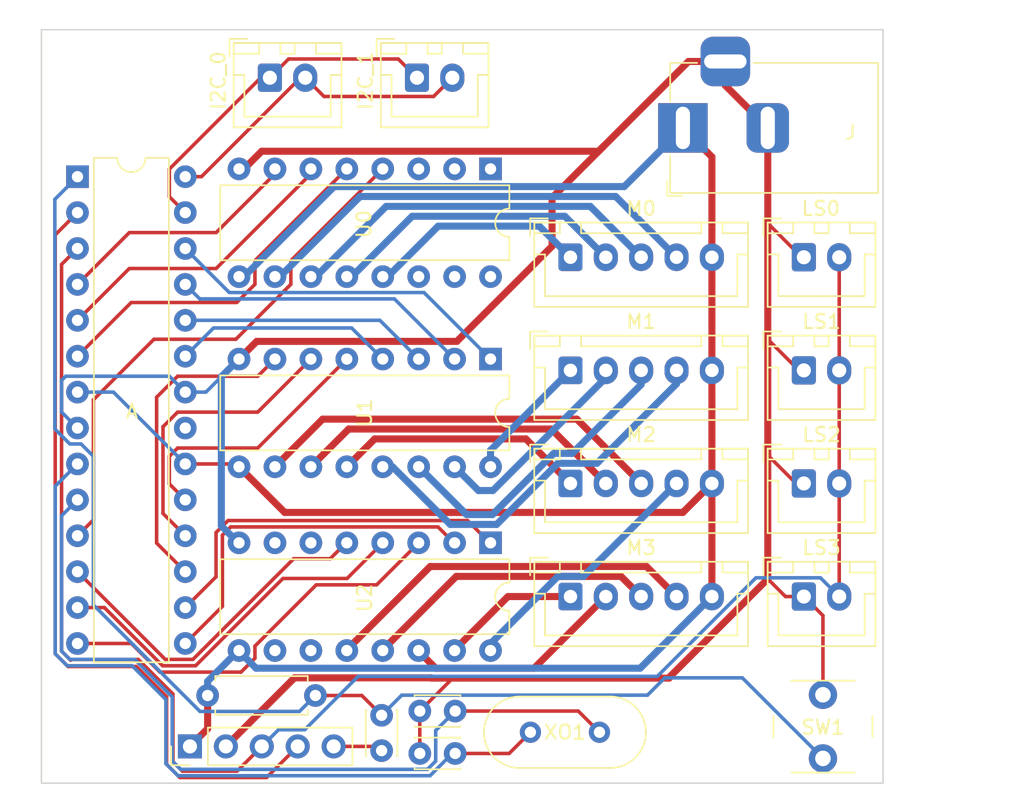
<source format=kicad_pcb>
(kicad_pcb (version 20171130) (host pcbnew "(5.1.10)-1")

  (general
    (thickness 1.6)
    (drawings 4)
    (tracks 279)
    (zones 0)
    (modules 26)
    (nets 43)
  )

  (page A4)
  (layers
    (0 F.Cu signal)
    (31 B.Cu signal)
    (32 B.Adhes user)
    (33 F.Adhes user)
    (34 B.Paste user)
    (35 F.Paste user)
    (36 B.SilkS user)
    (37 F.SilkS user)
    (38 B.Mask user)
    (39 F.Mask user)
    (40 Dwgs.User user)
    (41 Cmts.User user)
    (42 Eco1.User user)
    (43 Eco2.User user)
    (44 Edge.Cuts user)
    (45 Margin user)
    (46 B.CrtYd user)
    (47 F.CrtYd user)
    (48 B.Fab user)
    (49 F.Fab user)
  )

  (setup
    (last_trace_width 0.25)
    (user_trace_width 0.5)
    (trace_clearance 0.2)
    (zone_clearance 0.508)
    (zone_45_only no)
    (trace_min 0.2)
    (via_size 0.8)
    (via_drill 0.4)
    (via_min_size 0.4)
    (via_min_drill 0.3)
    (uvia_size 0.3)
    (uvia_drill 0.1)
    (uvias_allowed no)
    (uvia_min_size 0.2)
    (uvia_min_drill 0.1)
    (edge_width 0.05)
    (segment_width 0.2)
    (pcb_text_width 0.3)
    (pcb_text_size 1.5 1.5)
    (mod_edge_width 0.12)
    (mod_text_size 1 1)
    (mod_text_width 0.15)
    (pad_size 1.524 1.524)
    (pad_drill 0.762)
    (pad_to_mask_clearance 0)
    (aux_axis_origin 60.5 125)
    (visible_elements 7FFFFFFF)
    (pcbplotparams
      (layerselection 0x00000_fffffffe)
      (usegerberextensions false)
      (usegerberattributes true)
      (usegerberadvancedattributes true)
      (creategerberjobfile true)
      (excludeedgelayer true)
      (linewidth 0.100000)
      (plotframeref false)
      (viasonmask false)
      (mode 1)
      (useauxorigin true)
      (hpglpennumber 1)
      (hpglpenspeed 20)
      (hpglpendiameter 15.000000)
      (psnegative false)
      (psa4output false)
      (plotreference true)
      (plotvalue true)
      (plotinvisibletext false)
      (padsonsilk false)
      (subtractmaskfromsilk false)
      (outputformat 1)
      (mirror false)
      (drillshape 0)
      (scaleselection 1)
      (outputdirectory "svg/"))
  )

  (net 0 "")
  (net 1 "Net-(A1-Pad28)")
  (net 2 "Net-(A1-Pad14)")
  (net 3 "Net-(A1-Pad27)")
  (net 4 "Net-(A1-Pad13)")
  (net 5 "Net-(A1-Pad26)")
  (net 6 "Net-(A1-Pad12)")
  (net 7 "Net-(A1-Pad25)")
  (net 8 "Net-(A1-Pad11)")
  (net 9 "Net-(A1-Pad24)")
  (net 10 "Net-(A1-Pad10)")
  (net 11 "Net-(A1-Pad23)")
  (net 12 "Net-(A1-Pad9)")
  (net 13 GND)
  (net 14 +5V)
  (net 15 "Net-(A1-Pad6)")
  (net 16 "Net-(A1-Pad19)")
  (net 17 "Net-(A1-Pad5)")
  (net 18 "Net-(A1-Pad18)")
  (net 19 "Net-(A1-Pad4)")
  (net 20 "Net-(A1-Pad17)")
  (net 21 "Net-(A1-Pad3)")
  (net 22 "Net-(A1-Pad16)")
  (net 23 "Net-(A1-Pad2)")
  (net 24 "Net-(A1-Pad15)")
  (net 25 "Net-(A1-Pad1)")
  (net 26 "Net-(C3-Pad2)")
  (net 27 "Net-(M1-Pad4)")
  (net 28 "Net-(M1-Pad3)")
  (net 29 "Net-(M1-Pad2)")
  (net 30 "Net-(M1-Pad1)")
  (net 31 "Net-(M2-Pad4)")
  (net 32 "Net-(M2-Pad3)")
  (net 33 "Net-(M2-Pad2)")
  (net 34 "Net-(M2-Pad1)")
  (net 35 "Net-(M3-Pad4)")
  (net 36 "Net-(M3-Pad3)")
  (net 37 "Net-(M3-Pad2)")
  (net 38 "Net-(M3-Pad1)")
  (net 39 "Net-(M4-Pad4)")
  (net 40 "Net-(M4-Pad3)")
  (net 41 "Net-(M4-Pad2)")
  (net 42 "Net-(M4-Pad1)")

  (net_class Default "This is the default net class."
    (clearance 0.2)
    (trace_width 0.25)
    (via_dia 0.8)
    (via_drill 0.4)
    (uvia_dia 0.3)
    (uvia_drill 0.1)
    (add_net +5V)
    (add_net GND)
    (add_net "Net-(A1-Pad1)")
    (add_net "Net-(A1-Pad10)")
    (add_net "Net-(A1-Pad11)")
    (add_net "Net-(A1-Pad12)")
    (add_net "Net-(A1-Pad13)")
    (add_net "Net-(A1-Pad14)")
    (add_net "Net-(A1-Pad15)")
    (add_net "Net-(A1-Pad16)")
    (add_net "Net-(A1-Pad17)")
    (add_net "Net-(A1-Pad18)")
    (add_net "Net-(A1-Pad19)")
    (add_net "Net-(A1-Pad2)")
    (add_net "Net-(A1-Pad23)")
    (add_net "Net-(A1-Pad24)")
    (add_net "Net-(A1-Pad25)")
    (add_net "Net-(A1-Pad26)")
    (add_net "Net-(A1-Pad27)")
    (add_net "Net-(A1-Pad28)")
    (add_net "Net-(A1-Pad3)")
    (add_net "Net-(A1-Pad4)")
    (add_net "Net-(A1-Pad5)")
    (add_net "Net-(A1-Pad6)")
    (add_net "Net-(A1-Pad9)")
    (add_net "Net-(C3-Pad2)")
    (add_net "Net-(M1-Pad1)")
    (add_net "Net-(M1-Pad2)")
    (add_net "Net-(M1-Pad3)")
    (add_net "Net-(M1-Pad4)")
    (add_net "Net-(M2-Pad1)")
    (add_net "Net-(M2-Pad2)")
    (add_net "Net-(M2-Pad3)")
    (add_net "Net-(M2-Pad4)")
    (add_net "Net-(M3-Pad1)")
    (add_net "Net-(M3-Pad2)")
    (add_net "Net-(M3-Pad3)")
    (add_net "Net-(M3-Pad4)")
    (add_net "Net-(M4-Pad1)")
    (add_net "Net-(M4-Pad2)")
    (add_net "Net-(M4-Pad3)")
    (add_net "Net-(M4-Pad4)")
  )

  (module pixle:MountingHole_M3 (layer F.Cu) (tedit 60F33399) (tstamp 60F3C26F)
    (at 107.85 121.35)
    (descr "Mounting Hole 3.2mm, no annular, M3")
    (tags "mounting hole 3.2mm no annular m3")
    (solder_mask_margin 1)
    (clearance 2)
    (attr virtual)
    (fp_text reference REF** (at 0.25 0) (layer F.SilkS) hide
      (effects (font (size 1 1) (thickness 0.15)))
    )
    (fp_text value MountingHole_M3 (at 0 4.2) (layer F.Fab)
      (effects (font (size 1 1) (thickness 0.15)))
    )
    (fp_text user %R (at 0.3 0) (layer F.Fab)
      (effects (font (size 1 1) (thickness 0.15)))
    )
    (fp_circle (center 0 0) (end 3.45 0) (layer F.CrtYd) (width 0.05))
    (fp_circle (center 0 0) (end 3.2 0) (layer Cmts.User) (width 0.15))
    (pad 1 np_thru_hole circle (at 0 0) (size 3.2 3.2) (drill 3.2) (layers *.Cu *.Mask))
  )

  (module pixle:MountingHole_M3 (layer F.Cu) (tedit 60F33399) (tstamp 60F3C1E9)
    (at 64.15 121.35)
    (descr "Mounting Hole 3.2mm, no annular, M3")
    (tags "mounting hole 3.2mm no annular m3")
    (solder_mask_margin 1)
    (clearance 2)
    (attr virtual)
    (fp_text reference REF** (at 0.25 0) (layer F.SilkS) hide
      (effects (font (size 1 1) (thickness 0.15)))
    )
    (fp_text value MountingHole_M3 (at 0 4.2) (layer F.Fab)
      (effects (font (size 1 1) (thickness 0.15)))
    )
    (fp_text user %R (at 0.3 0) (layer F.Fab)
      (effects (font (size 1 1) (thickness 0.15)))
    )
    (fp_circle (center 0 0) (end 3.45 0) (layer F.CrtYd) (width 0.05))
    (fp_circle (center 0 0) (end 3.2 0) (layer Cmts.User) (width 0.15))
    (pad 1 np_thru_hole circle (at 0 0) (size 3.2 3.2) (drill 3.2) (layers *.Cu *.Mask))
  )

  (module pixle:MountingHole_M3 (layer F.Cu) (tedit 60F33399) (tstamp 60F3BD39)
    (at 99.2 75.35)
    (descr "Mounting Hole 3.2mm, no annular, M3")
    (tags "mounting hole 3.2mm no annular m3")
    (solder_mask_margin 1)
    (clearance 2)
    (attr virtual)
    (fp_text reference REF** (at 0.25 0) (layer F.SilkS) hide
      (effects (font (size 1 1) (thickness 0.15)))
    )
    (fp_text value MountingHole_M3 (at 0 4.2) (layer F.Fab)
      (effects (font (size 1 1) (thickness 0.15)))
    )
    (fp_circle (center 0 0) (end 3.2 0) (layer Cmts.User) (width 0.15))
    (fp_circle (center 0 0) (end 3.45 0) (layer F.CrtYd) (width 0.05))
    (fp_text user %R (at 0.3 0) (layer F.Fab)
      (effects (font (size 1 1) (thickness 0.15)))
    )
    (pad 1 np_thru_hole circle (at 0 0) (size 3.2 3.2) (drill 3.2) (layers *.Cu *.Mask))
  )

  (module pixle:MountingHole_M3 (layer F.Cu) (tedit 60F33399) (tstamp 60F3BAD3)
    (at 64.15 75.35)
    (descr "Mounting Hole 3.2mm, no annular, M3")
    (tags "mounting hole 3.2mm no annular m3")
    (solder_mask_margin 1)
    (clearance 2)
    (attr virtual)
    (fp_text reference REF** (at 0.25 0) (layer F.SilkS) hide
      (effects (font (size 1 1) (thickness 0.15)))
    )
    (fp_text value MountingHole_M3 (at 0 4.2) (layer F.Fab)
      (effects (font (size 1 1) (thickness 0.15)))
    )
    (fp_circle (center 0 0) (end 3.2 0) (layer Cmts.User) (width 0.15))
    (fp_circle (center 0 0) (end 3.45 0) (layer F.CrtYd) (width 0.05))
    (fp_text user %R (at 0.3 0) (layer F.Fab)
      (effects (font (size 1 1) (thickness 0.15)))
    )
    (pad 1 np_thru_hole circle (at 0 0) (size 3.2 3.2) (drill 3.2) (layers *.Cu *.Mask))
  )

  (module Crystal:Crystal_HC49-4H_Vertical (layer F.Cu) (tedit 5A1AD3B7) (tstamp 60E41D75)
    (at 99.95 121.4 180)
    (descr "Crystal THT HC-49-4H http://5hertz.com/pdfs/04404_D.pdf")
    (tags "THT crystalHC-49-4H")
    (path /60E4BD74)
    (fp_text reference XO1 (at 2.44 0) (layer F.SilkS)
      (effects (font (size 1 1) (thickness 0.15)))
    )
    (fp_text value "16MHz " (at 0.3 1.55) (layer F.Fab)
      (effects (font (size 1 1) (thickness 0.15)))
    )
    (fp_line (start 8.5 -2.8) (end -3.6 -2.8) (layer F.CrtYd) (width 0.05))
    (fp_line (start 8.5 2.8) (end 8.5 -2.8) (layer F.CrtYd) (width 0.05))
    (fp_line (start -3.6 2.8) (end 8.5 2.8) (layer F.CrtYd) (width 0.05))
    (fp_line (start -3.6 -2.8) (end -3.6 2.8) (layer F.CrtYd) (width 0.05))
    (fp_line (start -0.76 2.525) (end 5.64 2.525) (layer F.SilkS) (width 0.12))
    (fp_line (start -0.76 -2.525) (end 5.64 -2.525) (layer F.SilkS) (width 0.12))
    (fp_line (start -0.56 2) (end 5.44 2) (layer F.Fab) (width 0.1))
    (fp_line (start -0.56 -2) (end 5.44 -2) (layer F.Fab) (width 0.1))
    (fp_line (start -0.76 2.325) (end 5.64 2.325) (layer F.Fab) (width 0.1))
    (fp_line (start -0.76 -2.325) (end 5.64 -2.325) (layer F.Fab) (width 0.1))
    (fp_arc (start 5.64 0) (end 5.64 -2.525) (angle 180) (layer F.SilkS) (width 0.12))
    (fp_arc (start -0.76 0) (end -0.76 -2.525) (angle -180) (layer F.SilkS) (width 0.12))
    (fp_arc (start 5.44 0) (end 5.44 -2) (angle 180) (layer F.Fab) (width 0.1))
    (fp_arc (start -0.56 0) (end -0.56 -2) (angle -180) (layer F.Fab) (width 0.1))
    (fp_arc (start 5.64 0) (end 5.64 -2.325) (angle 180) (layer F.Fab) (width 0.1))
    (fp_arc (start -0.76 0) (end -0.76 -2.325) (angle -180) (layer F.Fab) (width 0.1))
    (fp_text user %R (at 2.44 0) (layer F.Fab)
      (effects (font (size 1 1) (thickness 0.15)))
    )
    (pad 2 thru_hole circle (at 4.88 0 180) (size 1.5 1.5) (drill 0.8) (layers *.Cu *.Mask)
      (net 12 "Net-(A1-Pad9)"))
    (pad 1 thru_hole circle (at 0 0 180) (size 1.5 1.5) (drill 0.8) (layers *.Cu *.Mask)
      (net 10 "Net-(A1-Pad10)"))
    (model ${KISYS3DMOD}/Crystal.3dshapes/Crystal_HC49-4H_Vertical.wrl
      (at (xyz 0 0 0))
      (scale (xyz 1 1 1))
      (rotate (xyz 0 0 0))
    )
  )

  (module Package_DIP:DIP-16_W7.62mm (layer F.Cu) (tedit 5A02E8C5) (tstamp 60E38CB6)
    (at 92.25 108 270)
    (descr "16-lead though-hole mounted DIP package, row spacing 7.62 mm (300 mils)")
    (tags "THT DIP DIL PDIP 2.54mm 7.62mm 300mil")
    (path /60D72B6F)
    (fp_text reference U2 (at 3.9 8.9 90) (layer F.SilkS)
      (effects (font (size 1 1) (thickness 0.15)))
    )
    (fp_text value ULN2003 (at 5.7 15.7 180) (layer F.Fab)
      (effects (font (size 1 1) (thickness 0.15)))
    )
    (fp_line (start 1.635 -1.27) (end 6.985 -1.27) (layer F.Fab) (width 0.1))
    (fp_line (start 6.985 -1.27) (end 6.985 19.05) (layer F.Fab) (width 0.1))
    (fp_line (start 6.985 19.05) (end 0.635 19.05) (layer F.Fab) (width 0.1))
    (fp_line (start 0.635 19.05) (end 0.635 -0.27) (layer F.Fab) (width 0.1))
    (fp_line (start 0.635 -0.27) (end 1.635 -1.27) (layer F.Fab) (width 0.1))
    (fp_line (start 2.81 -1.33) (end 1.16 -1.33) (layer F.SilkS) (width 0.12))
    (fp_line (start 1.16 -1.33) (end 1.16 19.11) (layer F.SilkS) (width 0.12))
    (fp_line (start 1.16 19.11) (end 6.46 19.11) (layer F.SilkS) (width 0.12))
    (fp_line (start 6.46 19.11) (end 6.46 -1.33) (layer F.SilkS) (width 0.12))
    (fp_line (start 6.46 -1.33) (end 4.81 -1.33) (layer F.SilkS) (width 0.12))
    (fp_line (start -1.1 -1.55) (end -1.1 19.3) (layer F.CrtYd) (width 0.05))
    (fp_line (start -1.1 19.3) (end 8.7 19.3) (layer F.CrtYd) (width 0.05))
    (fp_line (start 8.7 19.3) (end 8.7 -1.55) (layer F.CrtYd) (width 0.05))
    (fp_line (start 8.7 -1.55) (end -1.1 -1.55) (layer F.CrtYd) (width 0.05))
    (fp_arc (start 3.81 -1.33) (end 2.81 -1.33) (angle -180) (layer F.SilkS) (width 0.12))
    (fp_text user %R (at 4.25 18.1 180) (layer F.Fab)
      (effects (font (size 1 1) (thickness 0.15)))
    )
    (pad 1 thru_hole rect (at 0 0 270) (size 1.6 1.6) (drill 0.8) (layers *.Cu *.Mask)
      (net 22 "Net-(A1-Pad16)"))
    (pad 9 thru_hole oval (at 7.62 17.78 270) (size 1.6 1.6) (drill 0.8) (layers *.Cu *.Mask)
      (net 14 +5V))
    (pad 2 thru_hole oval (at 0 2.54 270) (size 1.6 1.6) (drill 0.8) (layers *.Cu *.Mask)
      (net 24 "Net-(A1-Pad15)"))
    (pad 10 thru_hole oval (at 7.62 15.24 270) (size 1.6 1.6) (drill 0.8) (layers *.Cu *.Mask))
    (pad 3 thru_hole oval (at 0 5.08 270) (size 1.6 1.6) (drill 0.8) (layers *.Cu *.Mask)
      (net 2 "Net-(A1-Pad14)"))
    (pad 11 thru_hole oval (at 7.62 12.7 270) (size 1.6 1.6) (drill 0.8) (layers *.Cu *.Mask))
    (pad 4 thru_hole oval (at 0 7.62 270) (size 1.6 1.6) (drill 0.8) (layers *.Cu *.Mask)
      (net 4 "Net-(A1-Pad13)"))
    (pad 12 thru_hole oval (at 7.62 10.16 270) (size 1.6 1.6) (drill 0.8) (layers *.Cu *.Mask)
      (net 39 "Net-(M4-Pad4)"))
    (pad 5 thru_hole oval (at 0 10.16 270) (size 1.6 1.6) (drill 0.8) (layers *.Cu *.Mask)
      (net 6 "Net-(A1-Pad12)"))
    (pad 13 thru_hole oval (at 7.62 7.62 270) (size 1.6 1.6) (drill 0.8) (layers *.Cu *.Mask)
      (net 40 "Net-(M4-Pad3)"))
    (pad 6 thru_hole oval (at 0 12.7 270) (size 1.6 1.6) (drill 0.8) (layers *.Cu *.Mask))
    (pad 14 thru_hole oval (at 7.62 5.08 270) (size 1.6 1.6) (drill 0.8) (layers *.Cu *.Mask)
      (net 41 "Net-(M4-Pad2)"))
    (pad 7 thru_hole oval (at 0 15.24 270) (size 1.6 1.6) (drill 0.8) (layers *.Cu *.Mask))
    (pad 15 thru_hole oval (at 7.62 2.54 270) (size 1.6 1.6) (drill 0.8) (layers *.Cu *.Mask)
      (net 42 "Net-(M4-Pad1)"))
    (pad 8 thru_hole oval (at 0 17.78 270) (size 1.6 1.6) (drill 0.8) (layers *.Cu *.Mask)
      (net 13 GND))
    (pad 16 thru_hole oval (at 7.62 0 270) (size 1.6 1.6) (drill 0.8) (layers *.Cu *.Mask)
      (net 35 "Net-(M3-Pad4)"))
    (model ${KISYS3DMOD}/Package_DIP.3dshapes/DIP-16_W7.62mm.wrl
      (at (xyz 0 0 0))
      (scale (xyz 1 1 1))
      (rotate (xyz 0 0 0))
    )
  )

  (module Package_DIP:DIP-16_W7.62mm (layer F.Cu) (tedit 5A02E8C5) (tstamp 60E38C92)
    (at 92.25 95 270)
    (descr "16-lead though-hole mounted DIP package, row spacing 7.62 mm (300 mils)")
    (tags "THT DIP DIL PDIP 2.54mm 7.62mm 300mil")
    (path /60DD8EF7)
    (fp_text reference U1 (at 3.81 8.9 90) (layer F.SilkS)
      (effects (font (size 1 1) (thickness 0.15)))
    )
    (fp_text value ULN2003 (at 6.2 15.65 180) (layer F.Fab)
      (effects (font (size 1 1) (thickness 0.15)))
    )
    (fp_line (start 1.635 -1.27) (end 6.985 -1.27) (layer F.Fab) (width 0.1))
    (fp_line (start 6.985 -1.27) (end 6.985 19.05) (layer F.Fab) (width 0.1))
    (fp_line (start 6.985 19.05) (end 0.635 19.05) (layer F.Fab) (width 0.1))
    (fp_line (start 0.635 19.05) (end 0.635 -0.27) (layer F.Fab) (width 0.1))
    (fp_line (start 0.635 -0.27) (end 1.635 -1.27) (layer F.Fab) (width 0.1))
    (fp_line (start 2.81 -1.33) (end 1.16 -1.33) (layer F.SilkS) (width 0.12))
    (fp_line (start 1.16 -1.33) (end 1.16 19.11) (layer F.SilkS) (width 0.12))
    (fp_line (start 1.16 19.11) (end 6.46 19.11) (layer F.SilkS) (width 0.12))
    (fp_line (start 6.46 19.11) (end 6.46 -1.33) (layer F.SilkS) (width 0.12))
    (fp_line (start 6.46 -1.33) (end 4.81 -1.33) (layer F.SilkS) (width 0.12))
    (fp_line (start -1.1 -1.55) (end -1.1 19.3) (layer F.CrtYd) (width 0.05))
    (fp_line (start -1.1 19.3) (end 8.7 19.3) (layer F.CrtYd) (width 0.05))
    (fp_line (start 8.7 19.3) (end 8.7 -1.55) (layer F.CrtYd) (width 0.05))
    (fp_line (start 8.7 -1.55) (end -1.1 -1.55) (layer F.CrtYd) (width 0.05))
    (fp_arc (start 3.81 -1.33) (end 2.81 -1.33) (angle -180) (layer F.SilkS) (width 0.12))
    (fp_text user %R (at 4.75 18 180) (layer F.Fab)
      (effects (font (size 1 1) (thickness 0.15)))
    )
    (pad 1 thru_hole rect (at 0 0 270) (size 1.6 1.6) (drill 0.8) (layers *.Cu *.Mask)
      (net 5 "Net-(A1-Pad26)"))
    (pad 9 thru_hole oval (at 7.62 17.78 270) (size 1.6 1.6) (drill 0.8) (layers *.Cu *.Mask)
      (net 14 +5V))
    (pad 2 thru_hole oval (at 0 2.54 270) (size 1.6 1.6) (drill 0.8) (layers *.Cu *.Mask)
      (net 7 "Net-(A1-Pad25)"))
    (pad 10 thru_hole oval (at 7.62 15.24 270) (size 1.6 1.6) (drill 0.8) (layers *.Cu *.Mask)
      (net 36 "Net-(M3-Pad3)"))
    (pad 3 thru_hole oval (at 0 5.08 270) (size 1.6 1.6) (drill 0.8) (layers *.Cu *.Mask)
      (net 9 "Net-(A1-Pad24)"))
    (pad 11 thru_hole oval (at 7.62 12.7 270) (size 1.6 1.6) (drill 0.8) (layers *.Cu *.Mask)
      (net 37 "Net-(M3-Pad2)"))
    (pad 4 thru_hole oval (at 0 7.62 270) (size 1.6 1.6) (drill 0.8) (layers *.Cu *.Mask)
      (net 11 "Net-(A1-Pad23)"))
    (pad 12 thru_hole oval (at 7.62 10.16 270) (size 1.6 1.6) (drill 0.8) (layers *.Cu *.Mask)
      (net 38 "Net-(M3-Pad1)"))
    (pad 5 thru_hole oval (at 0 10.16 270) (size 1.6 1.6) (drill 0.8) (layers *.Cu *.Mask)
      (net 16 "Net-(A1-Pad19)"))
    (pad 13 thru_hole oval (at 7.62 7.62 270) (size 1.6 1.6) (drill 0.8) (layers *.Cu *.Mask)
      (net 31 "Net-(M2-Pad4)"))
    (pad 6 thru_hole oval (at 0 12.7 270) (size 1.6 1.6) (drill 0.8) (layers *.Cu *.Mask)
      (net 18 "Net-(A1-Pad18)"))
    (pad 14 thru_hole oval (at 7.62 5.08 270) (size 1.6 1.6) (drill 0.8) (layers *.Cu *.Mask)
      (net 32 "Net-(M2-Pad3)"))
    (pad 7 thru_hole oval (at 0 15.24 270) (size 1.6 1.6) (drill 0.8) (layers *.Cu *.Mask)
      (net 20 "Net-(A1-Pad17)"))
    (pad 15 thru_hole oval (at 7.62 2.54 270) (size 1.6 1.6) (drill 0.8) (layers *.Cu *.Mask)
      (net 33 "Net-(M2-Pad2)"))
    (pad 8 thru_hole oval (at 0 17.78 270) (size 1.6 1.6) (drill 0.8) (layers *.Cu *.Mask)
      (net 13 GND))
    (pad 16 thru_hole oval (at 7.62 0 270) (size 1.6 1.6) (drill 0.8) (layers *.Cu *.Mask)
      (net 34 "Net-(M2-Pad1)"))
    (model ${KISYS3DMOD}/Package_DIP.3dshapes/DIP-16_W7.62mm.wrl
      (at (xyz 0 0 0))
      (scale (xyz 1 1 1))
      (rotate (xyz 0 0 0))
    )
  )

  (module Package_DIP:DIP-16_W7.62mm (layer F.Cu) (tedit 5A02E8C5) (tstamp 60F35DE8)
    (at 92.25 81.55 270)
    (descr "16-lead though-hole mounted DIP package, row spacing 7.62 mm (300 mils)")
    (tags "THT DIP DIL PDIP 2.54mm 7.62mm 300mil")
    (path /60D75900)
    (fp_text reference U0 (at 3.9 8.95 90) (layer F.SilkS)
      (effects (font (size 1 1) (thickness 0.15)))
    )
    (fp_text value ULN2003 (at 5.8 15.7 180) (layer F.Fab)
      (effects (font (size 1 1) (thickness 0.15)))
    )
    (fp_line (start 1.635 -1.27) (end 6.985 -1.27) (layer F.Fab) (width 0.1))
    (fp_line (start 6.985 -1.27) (end 6.985 19.05) (layer F.Fab) (width 0.1))
    (fp_line (start 6.985 19.05) (end 0.635 19.05) (layer F.Fab) (width 0.1))
    (fp_line (start 0.635 19.05) (end 0.635 -0.27) (layer F.Fab) (width 0.1))
    (fp_line (start 0.635 -0.27) (end 1.635 -1.27) (layer F.Fab) (width 0.1))
    (fp_line (start 2.81 -1.33) (end 1.16 -1.33) (layer F.SilkS) (width 0.12))
    (fp_line (start 1.16 -1.33) (end 1.16 19.11) (layer F.SilkS) (width 0.12))
    (fp_line (start 1.16 19.11) (end 6.46 19.11) (layer F.SilkS) (width 0.12))
    (fp_line (start 6.46 19.11) (end 6.46 -1.33) (layer F.SilkS) (width 0.12))
    (fp_line (start 6.46 -1.33) (end 4.81 -1.33) (layer F.SilkS) (width 0.12))
    (fp_line (start -1.1 -1.55) (end -1.1 19.3) (layer F.CrtYd) (width 0.05))
    (fp_line (start -1.1 19.3) (end 8.7 19.3) (layer F.CrtYd) (width 0.05))
    (fp_line (start 8.7 19.3) (end 8.7 -1.55) (layer F.CrtYd) (width 0.05))
    (fp_line (start 8.7 -1.55) (end -1.1 -1.55) (layer F.CrtYd) (width 0.05))
    (fp_arc (start 3.81 -1.33) (end 2.81 -1.33) (angle -180) (layer F.SilkS) (width 0.12))
    (fp_text user %R (at 4.3 18.1 180) (layer F.Fab)
      (effects (font (size 1 1) (thickness 0.15)))
    )
    (pad 1 thru_hole rect (at 0 0 270) (size 1.6 1.6) (drill 0.8) (layers *.Cu *.Mask))
    (pad 9 thru_hole oval (at 7.62 17.78 270) (size 1.6 1.6) (drill 0.8) (layers *.Cu *.Mask)
      (net 14 +5V))
    (pad 2 thru_hole oval (at 0 2.54 270) (size 1.6 1.6) (drill 0.8) (layers *.Cu *.Mask))
    (pad 10 thru_hole oval (at 7.62 15.24 270) (size 1.6 1.6) (drill 0.8) (layers *.Cu *.Mask)
      (net 27 "Net-(M1-Pad4)"))
    (pad 3 thru_hole oval (at 0 5.08 270) (size 1.6 1.6) (drill 0.8) (layers *.Cu *.Mask))
    (pad 11 thru_hole oval (at 7.62 12.7 270) (size 1.6 1.6) (drill 0.8) (layers *.Cu *.Mask)
      (net 28 "Net-(M1-Pad3)"))
    (pad 4 thru_hole oval (at 0 7.62 270) (size 1.6 1.6) (drill 0.8) (layers *.Cu *.Mask)
      (net 8 "Net-(A1-Pad11)"))
    (pad 12 thru_hole oval (at 7.62 10.16 270) (size 1.6 1.6) (drill 0.8) (layers *.Cu *.Mask)
      (net 29 "Net-(M1-Pad2)"))
    (pad 5 thru_hole oval (at 0 10.16 270) (size 1.6 1.6) (drill 0.8) (layers *.Cu *.Mask)
      (net 15 "Net-(A1-Pad6)"))
    (pad 13 thru_hole oval (at 7.62 7.62 270) (size 1.6 1.6) (drill 0.8) (layers *.Cu *.Mask)
      (net 30 "Net-(M1-Pad1)"))
    (pad 6 thru_hole oval (at 0 12.7 270) (size 1.6 1.6) (drill 0.8) (layers *.Cu *.Mask)
      (net 17 "Net-(A1-Pad5)"))
    (pad 14 thru_hole oval (at 7.62 5.08 270) (size 1.6 1.6) (drill 0.8) (layers *.Cu *.Mask))
    (pad 7 thru_hole oval (at 0 15.24 270) (size 1.6 1.6) (drill 0.8) (layers *.Cu *.Mask)
      (net 19 "Net-(A1-Pad4)"))
    (pad 15 thru_hole oval (at 7.62 2.54 270) (size 1.6 1.6) (drill 0.8) (layers *.Cu *.Mask))
    (pad 8 thru_hole oval (at 0 17.78 270) (size 1.6 1.6) (drill 0.8) (layers *.Cu *.Mask)
      (net 13 GND))
    (pad 16 thru_hole oval (at 7.62 0 270) (size 1.6 1.6) (drill 0.8) (layers *.Cu *.Mask))
    (model ${KISYS3DMOD}/Package_DIP.3dshapes/DIP-16_W7.62mm.wrl
      (at (xyz 0 0 0))
      (scale (xyz 1 1 1))
      (rotate (xyz 0 0 0))
    )
  )

  (module pixle:SW_PUSH_6mm_2pin (layer F.Cu) (tedit 60DF82A3) (tstamp 60E38C4A)
    (at 119 123.25 180)
    (descr https://www.omron.com/ecb/products/pdf/en-b3f.pdf)
    (tags "tact sw push 6mm")
    (path /60E76AA0)
    (fp_text reference SW1 (at 3.25 2.2) (layer F.SilkS)
      (effects (font (size 1 1) (thickness 0.15)))
    )
    (fp_text value PUSH_RESET (at 3.3 -2.3 180) (layer F.Fab)
      (effects (font (size 1 1) (thickness 0.15)))
    )
    (fp_circle (center 3.25 2.25) (end 1.25 2.5) (layer F.Fab) (width 0.1))
    (fp_line (start 6.75 3) (end 6.75 1.5) (layer F.SilkS) (width 0.12))
    (fp_line (start 5.5 -1) (end 1 -1) (layer F.SilkS) (width 0.12))
    (fp_line (start -0.25 1.5) (end -0.25 3) (layer F.SilkS) (width 0.12))
    (fp_line (start 1 5.5) (end 5.5 5.5) (layer F.SilkS) (width 0.12))
    (fp_line (start 0.25 -0.75) (end 3.25 -0.75) (layer F.Fab) (width 0.1))
    (fp_line (start 0.25 5.25) (end 0.25 -0.75) (layer F.Fab) (width 0.1))
    (fp_line (start 6.25 5.25) (end 0.25 5.25) (layer F.Fab) (width 0.1))
    (fp_line (start 6.25 -0.75) (end 6.25 5.25) (layer F.Fab) (width 0.1))
    (fp_line (start 3.25 -0.75) (end 6.25 -0.75) (layer F.Fab) (width 0.1))
    (fp_line (start -0.5 -1.25) (end 7 -1.25) (layer Dwgs.User) (width 0.01))
    (fp_line (start 7 -1.25) (end 7 5.75) (layer Dwgs.User) (width 0.01))
    (fp_line (start 7 5.75) (end -0.5 5.75) (layer Dwgs.User) (width 0.01))
    (fp_line (start -0.5 5.75) (end -0.5 -1.25) (layer Dwgs.User) (width 0.01))
    (fp_text user %R (at 3.25 2.25) (layer F.Fab)
      (effects (font (size 1 1) (thickness 0.15)))
    )
    (pad 1 thru_hole circle (at 3.25 0 270) (size 2 2) (drill 1.1) (layers *.Cu *.Mask)
      (net 25 "Net-(A1-Pad1)"))
    (pad 2 thru_hole circle (at 3.25 4.5 270) (size 2 2) (drill 1.1) (layers *.Cu *.Mask)
      (net 13 GND))
    (model ${KISYS3DMOD}/Button_Switch_THT.3dshapes/SW_PUSH_6mm.wrl
      (at (xyz 0 0 0))
      (scale (xyz 1 1 1))
      (rotate (xyz 0 0 0))
    )
  )

  (module Resistor_THT:R_Axial_DIN0207_L6.3mm_D2.5mm_P7.62mm_Horizontal (layer F.Cu) (tedit 5AE5139B) (tstamp 60E38C35)
    (at 72.25 118.8)
    (descr "Resistor, Axial_DIN0207 series, Axial, Horizontal, pin pitch=7.62mm, 0.25W = 1/4W, length*diameter=6.3*2.5mm^2, http://cdn-reichelt.de/documents/datenblatt/B400/1_4W%23YAG.pdf")
    (tags "Resistor Axial_DIN0207 series Axial Horizontal pin pitch 7.62mm 0.25W = 1/4W length 6.3mm diameter 2.5mm")
    (path /60E8A22D)
    (fp_text reference R1 (at 3.81 -2.37) (layer F.SilkS) hide
      (effects (font (size 1 1) (thickness 0.15)))
    )
    (fp_text value "10K Ohm" (at 3.75 0.7) (layer F.Fab)
      (effects (font (size 0.75 0.75) (thickness 0.15)))
    )
    (fp_line (start 0.66 -1.25) (end 0.66 1.25) (layer F.Fab) (width 0.1))
    (fp_line (start 0.66 1.25) (end 6.96 1.25) (layer F.Fab) (width 0.1))
    (fp_line (start 6.96 1.25) (end 6.96 -1.25) (layer F.Fab) (width 0.1))
    (fp_line (start 6.96 -1.25) (end 0.66 -1.25) (layer F.Fab) (width 0.1))
    (fp_line (start 0 0) (end 0.66 0) (layer F.Fab) (width 0.1))
    (fp_line (start 7.62 0) (end 6.96 0) (layer F.Fab) (width 0.1))
    (fp_line (start 0.54 -1.04) (end 0.54 -1.37) (layer F.SilkS) (width 0.12))
    (fp_line (start 0.54 -1.37) (end 7.08 -1.37) (layer F.SilkS) (width 0.12))
    (fp_line (start 7.08 -1.37) (end 7.08 -1.04) (layer F.SilkS) (width 0.12))
    (fp_line (start 0.54 1.04) (end 0.54 1.37) (layer F.SilkS) (width 0.12))
    (fp_line (start 0.54 1.37) (end 7.08 1.37) (layer F.SilkS) (width 0.12))
    (fp_line (start 7.08 1.37) (end 7.08 1.04) (layer F.SilkS) (width 0.12))
    (fp_line (start -1.05 -1.5) (end -1.05 1.5) (layer F.CrtYd) (width 0.05))
    (fp_line (start -1.05 1.5) (end 8.67 1.5) (layer F.CrtYd) (width 0.05))
    (fp_line (start 8.67 1.5) (end 8.67 -1.5) (layer F.CrtYd) (width 0.05))
    (fp_line (start 8.67 -1.5) (end -1.05 -1.5) (layer F.CrtYd) (width 0.05))
    (fp_text user %R (at 3.75 -0.55 180) (layer F.Fab)
      (effects (font (size 1 1) (thickness 0.15)))
    )
    (pad 1 thru_hole circle (at 0 0) (size 1.6 1.6) (drill 0.8) (layers *.Cu *.Mask)
      (net 14 +5V))
    (pad 2 thru_hole oval (at 7.62 0) (size 1.6 1.6) (drill 0.8) (layers *.Cu *.Mask)
      (net 25 "Net-(A1-Pad1)"))
    (model ${KISYS3DMOD}/Resistor_THT.3dshapes/R_Axial_DIN0207_L6.3mm_D2.5mm_P7.62mm_Horizontal.wrl
      (at (xyz 0 0 0))
      (scale (xyz 1 1 1))
      (rotate (xyz 0 0 0))
    )
  )

  (module Connector_PinHeader_2.54mm:PinHeader_1x05_P2.54mm_Vertical (layer F.Cu) (tedit 59FED5CC) (tstamp 60E3FA8F)
    (at 71 122.4 90)
    (descr "Through hole straight pin header, 1x05, 2.54mm pitch, single row")
    (tags "Through hole pin header THT 1x05 2.54mm single row")
    (path /60E0B971)
    (fp_text reference PP1 (at 0 -2.33 90) (layer F.SilkS) hide
      (effects (font (size 1 1) (thickness 0.15)))
    )
    (fp_text value PROGRAM_PORT (at -2.35 5.2 180) (layer F.Fab)
      (effects (font (size 1 1) (thickness 0.15)))
    )
    (fp_line (start -0.635 -1.27) (end 1.27 -1.27) (layer F.Fab) (width 0.1))
    (fp_line (start 1.27 -1.27) (end 1.27 11.43) (layer F.Fab) (width 0.1))
    (fp_line (start 1.27 11.43) (end -1.27 11.43) (layer F.Fab) (width 0.1))
    (fp_line (start -1.27 11.43) (end -1.27 -0.635) (layer F.Fab) (width 0.1))
    (fp_line (start -1.27 -0.635) (end -0.635 -1.27) (layer F.Fab) (width 0.1))
    (fp_line (start -1.33 11.49) (end 1.33 11.49) (layer F.SilkS) (width 0.12))
    (fp_line (start -1.33 1.27) (end -1.33 11.49) (layer F.SilkS) (width 0.12))
    (fp_line (start 1.33 1.27) (end 1.33 11.49) (layer F.SilkS) (width 0.12))
    (fp_line (start -1.33 1.27) (end 1.33 1.27) (layer F.SilkS) (width 0.12))
    (fp_line (start -1.33 0) (end -1.33 -1.33) (layer F.SilkS) (width 0.12))
    (fp_line (start -1.33 -1.33) (end 0 -1.33) (layer F.SilkS) (width 0.12))
    (fp_line (start -1.8 -1.8) (end -1.8 11.95) (layer F.CrtYd) (width 0.05))
    (fp_line (start -1.8 11.95) (end 1.8 11.95) (layer F.CrtYd) (width 0.05))
    (fp_line (start 1.8 11.95) (end 1.8 -1.8) (layer F.CrtYd) (width 0.05))
    (fp_line (start 1.8 -1.8) (end -1.8 -1.8) (layer F.CrtYd) (width 0.05))
    (fp_text user %R (at 0 5.08) (layer F.Fab)
      (effects (font (size 1 1) (thickness 0.15)))
    )
    (pad 1 thru_hole rect (at 0 0 90) (size 1.7 1.7) (drill 1) (layers *.Cu *.Mask)
      (net 14 +5V))
    (pad 2 thru_hole oval (at 0 2.54 90) (size 1.7 1.7) (drill 1) (layers *.Cu *.Mask)
      (net 13 GND))
    (pad 3 thru_hole oval (at 0 5.08 90) (size 1.7 1.7) (drill 1) (layers *.Cu *.Mask)
      (net 21 "Net-(A1-Pad3)"))
    (pad 4 thru_hole oval (at 0 7.62 90) (size 1.7 1.7) (drill 1) (layers *.Cu *.Mask)
      (net 23 "Net-(A1-Pad2)"))
    (pad 5 thru_hole oval (at 0 10.16 90) (size 1.7 1.7) (drill 1) (layers *.Cu *.Mask)
      (net 26 "Net-(C3-Pad2)"))
    (model ${KISYS3DMOD}/Connector_PinHeader_2.54mm.3dshapes/PinHeader_1x05_P2.54mm_Vertical.wrl
      (at (xyz 0 0 0))
      (scale (xyz 1 1 1))
      (rotate (xyz 0 0 0))
    )
  )

  (module Connector_JST:JST_XH_B5B-XH-A_1x05_P2.50mm_Vertical (layer F.Cu) (tedit 5C28146C) (tstamp 60E38C05)
    (at 97.9 111.8)
    (descr "JST XH series connector, B5B-XH-A (http://www.jst-mfg.com/product/pdf/eng/eXH.pdf), generated with kicad-footprint-generator")
    (tags "connector JST XH vertical")
    (path /60DF9646)
    (fp_text reference M3 (at 5 -3.45) (layer F.SilkS)
      (effects (font (size 1 1) (thickness 0.15)))
    )
    (fp_text value 28BYJ-48 (at 7.95 2.1) (layer F.Fab)
      (effects (font (size 1 1) (thickness 0.15)))
    )
    (fp_line (start -2.85 -2.75) (end -2.85 -1.5) (layer F.SilkS) (width 0.12))
    (fp_line (start -1.6 -2.75) (end -2.85 -2.75) (layer F.SilkS) (width 0.12))
    (fp_line (start 11.8 2.75) (end 5 2.75) (layer F.SilkS) (width 0.12))
    (fp_line (start 11.8 -0.2) (end 11.8 2.75) (layer F.SilkS) (width 0.12))
    (fp_line (start 12.55 -0.2) (end 11.8 -0.2) (layer F.SilkS) (width 0.12))
    (fp_line (start -1.8 2.75) (end 5 2.75) (layer F.SilkS) (width 0.12))
    (fp_line (start -1.8 -0.2) (end -1.8 2.75) (layer F.SilkS) (width 0.12))
    (fp_line (start -2.55 -0.2) (end -1.8 -0.2) (layer F.SilkS) (width 0.12))
    (fp_line (start 12.55 -2.45) (end 10.75 -2.45) (layer F.SilkS) (width 0.12))
    (fp_line (start 12.55 -1.7) (end 12.55 -2.45) (layer F.SilkS) (width 0.12))
    (fp_line (start 10.75 -1.7) (end 12.55 -1.7) (layer F.SilkS) (width 0.12))
    (fp_line (start 10.75 -2.45) (end 10.75 -1.7) (layer F.SilkS) (width 0.12))
    (fp_line (start -0.75 -2.45) (end -2.55 -2.45) (layer F.SilkS) (width 0.12))
    (fp_line (start -0.75 -1.7) (end -0.75 -2.45) (layer F.SilkS) (width 0.12))
    (fp_line (start -2.55 -1.7) (end -0.75 -1.7) (layer F.SilkS) (width 0.12))
    (fp_line (start -2.55 -2.45) (end -2.55 -1.7) (layer F.SilkS) (width 0.12))
    (fp_line (start 9.25 -2.45) (end 0.75 -2.45) (layer F.SilkS) (width 0.12))
    (fp_line (start 9.25 -1.7) (end 9.25 -2.45) (layer F.SilkS) (width 0.12))
    (fp_line (start 0.75 -1.7) (end 9.25 -1.7) (layer F.SilkS) (width 0.12))
    (fp_line (start 0.75 -2.45) (end 0.75 -1.7) (layer F.SilkS) (width 0.12))
    (fp_line (start 0 -1.35) (end 0.625 -2.35) (layer F.Fab) (width 0.1))
    (fp_line (start -0.625 -2.35) (end 0 -1.35) (layer F.Fab) (width 0.1))
    (fp_line (start 12.95 -2.85) (end -2.95 -2.85) (layer F.CrtYd) (width 0.05))
    (fp_line (start 12.95 3.9) (end 12.95 -2.85) (layer F.CrtYd) (width 0.05))
    (fp_line (start -2.95 3.9) (end 12.95 3.9) (layer F.CrtYd) (width 0.05))
    (fp_line (start -2.95 -2.85) (end -2.95 3.9) (layer F.CrtYd) (width 0.05))
    (fp_line (start 12.56 -2.46) (end -2.56 -2.46) (layer F.SilkS) (width 0.12))
    (fp_line (start 12.56 3.51) (end 12.56 -2.46) (layer F.SilkS) (width 0.12))
    (fp_line (start -2.56 3.51) (end 12.56 3.51) (layer F.SilkS) (width 0.12))
    (fp_line (start -2.56 -2.46) (end -2.56 3.51) (layer F.SilkS) (width 0.12))
    (fp_line (start 12.45 -2.35) (end -2.45 -2.35) (layer F.Fab) (width 0.1))
    (fp_line (start 12.45 3.4) (end 12.45 -2.35) (layer F.Fab) (width 0.1))
    (fp_line (start -2.45 3.4) (end 12.45 3.4) (layer F.Fab) (width 0.1))
    (fp_line (start -2.45 -2.35) (end -2.45 3.4) (layer F.Fab) (width 0.1))
    (fp_text user %R (at -0.7 2.1) (layer F.Fab)
      (effects (font (size 1 1) (thickness 0.15)))
    )
    (pad 5 thru_hole oval (at 10 0) (size 1.7 1.95) (drill 0.95) (layers *.Cu *.Mask)
      (net 14 +5V))
    (pad 4 thru_hole oval (at 7.5 0) (size 1.7 1.95) (drill 0.95) (layers *.Cu *.Mask)
      (net 39 "Net-(M4-Pad4)"))
    (pad 3 thru_hole oval (at 5 0) (size 1.7 1.95) (drill 0.95) (layers *.Cu *.Mask)
      (net 40 "Net-(M4-Pad3)"))
    (pad 2 thru_hole oval (at 2.5 0) (size 1.7 1.95) (drill 0.95) (layers *.Cu *.Mask)
      (net 41 "Net-(M4-Pad2)"))
    (pad 1 thru_hole roundrect (at 0 0) (size 1.7 1.95) (drill 0.95) (layers *.Cu *.Mask) (roundrect_rratio 0.147059)
      (net 42 "Net-(M4-Pad1)"))
    (model ${KISYS3DMOD}/Connector_JST.3dshapes/JST_XH_B5B-XH-A_1x05_P2.50mm_Vertical.wrl
      (at (xyz 0 0 0))
      (scale (xyz 1 1 1))
      (rotate (xyz 0 0 0))
    )
  )

  (module Connector_JST:JST_XH_B5B-XH-A_1x05_P2.50mm_Vertical (layer F.Cu) (tedit 5C28146C) (tstamp 60E38BD9)
    (at 97.9 103.8)
    (descr "JST XH series connector, B5B-XH-A (http://www.jst-mfg.com/product/pdf/eng/eXH.pdf), generated with kicad-footprint-generator")
    (tags "connector JST XH vertical")
    (path /60DF8B5A)
    (fp_text reference M2 (at 5 -3.45) (layer F.SilkS)
      (effects (font (size 1 1) (thickness 0.15)))
    )
    (fp_text value 28BYJ-48 (at 7.9 2.1) (layer F.Fab)
      (effects (font (size 1 1) (thickness 0.15)))
    )
    (fp_line (start -2.45 -2.35) (end -2.45 3.4) (layer F.Fab) (width 0.1))
    (fp_line (start -2.45 3.4) (end 12.45 3.4) (layer F.Fab) (width 0.1))
    (fp_line (start 12.45 3.4) (end 12.45 -2.35) (layer F.Fab) (width 0.1))
    (fp_line (start 12.45 -2.35) (end -2.45 -2.35) (layer F.Fab) (width 0.1))
    (fp_line (start -2.56 -2.46) (end -2.56 3.51) (layer F.SilkS) (width 0.12))
    (fp_line (start -2.56 3.51) (end 12.56 3.51) (layer F.SilkS) (width 0.12))
    (fp_line (start 12.56 3.51) (end 12.56 -2.46) (layer F.SilkS) (width 0.12))
    (fp_line (start 12.56 -2.46) (end -2.56 -2.46) (layer F.SilkS) (width 0.12))
    (fp_line (start -2.95 -2.85) (end -2.95 3.9) (layer F.CrtYd) (width 0.05))
    (fp_line (start -2.95 3.9) (end 12.95 3.9) (layer F.CrtYd) (width 0.05))
    (fp_line (start 12.95 3.9) (end 12.95 -2.85) (layer F.CrtYd) (width 0.05))
    (fp_line (start 12.95 -2.85) (end -2.95 -2.85) (layer F.CrtYd) (width 0.05))
    (fp_line (start -0.625 -2.35) (end 0 -1.35) (layer F.Fab) (width 0.1))
    (fp_line (start 0 -1.35) (end 0.625 -2.35) (layer F.Fab) (width 0.1))
    (fp_line (start 0.75 -2.45) (end 0.75 -1.7) (layer F.SilkS) (width 0.12))
    (fp_line (start 0.75 -1.7) (end 9.25 -1.7) (layer F.SilkS) (width 0.12))
    (fp_line (start 9.25 -1.7) (end 9.25 -2.45) (layer F.SilkS) (width 0.12))
    (fp_line (start 9.25 -2.45) (end 0.75 -2.45) (layer F.SilkS) (width 0.12))
    (fp_line (start -2.55 -2.45) (end -2.55 -1.7) (layer F.SilkS) (width 0.12))
    (fp_line (start -2.55 -1.7) (end -0.75 -1.7) (layer F.SilkS) (width 0.12))
    (fp_line (start -0.75 -1.7) (end -0.75 -2.45) (layer F.SilkS) (width 0.12))
    (fp_line (start -0.75 -2.45) (end -2.55 -2.45) (layer F.SilkS) (width 0.12))
    (fp_line (start 10.75 -2.45) (end 10.75 -1.7) (layer F.SilkS) (width 0.12))
    (fp_line (start 10.75 -1.7) (end 12.55 -1.7) (layer F.SilkS) (width 0.12))
    (fp_line (start 12.55 -1.7) (end 12.55 -2.45) (layer F.SilkS) (width 0.12))
    (fp_line (start 12.55 -2.45) (end 10.75 -2.45) (layer F.SilkS) (width 0.12))
    (fp_line (start -2.55 -0.2) (end -1.8 -0.2) (layer F.SilkS) (width 0.12))
    (fp_line (start -1.8 -0.2) (end -1.8 2.75) (layer F.SilkS) (width 0.12))
    (fp_line (start -1.8 2.75) (end 5 2.75) (layer F.SilkS) (width 0.12))
    (fp_line (start 12.55 -0.2) (end 11.8 -0.2) (layer F.SilkS) (width 0.12))
    (fp_line (start 11.8 -0.2) (end 11.8 2.75) (layer F.SilkS) (width 0.12))
    (fp_line (start 11.8 2.75) (end 5 2.75) (layer F.SilkS) (width 0.12))
    (fp_line (start -1.6 -2.75) (end -2.85 -2.75) (layer F.SilkS) (width 0.12))
    (fp_line (start -2.85 -2.75) (end -2.85 -1.5) (layer F.SilkS) (width 0.12))
    (fp_text user %R (at -0.7 2.1) (layer F.Fab)
      (effects (font (size 1 1) (thickness 0.15)))
    )
    (pad 1 thru_hole roundrect (at 0 0) (size 1.7 1.95) (drill 0.95) (layers *.Cu *.Mask) (roundrect_rratio 0.147059)
      (net 38 "Net-(M3-Pad1)"))
    (pad 2 thru_hole oval (at 2.5 0) (size 1.7 1.95) (drill 0.95) (layers *.Cu *.Mask)
      (net 37 "Net-(M3-Pad2)"))
    (pad 3 thru_hole oval (at 5 0) (size 1.7 1.95) (drill 0.95) (layers *.Cu *.Mask)
      (net 36 "Net-(M3-Pad3)"))
    (pad 4 thru_hole oval (at 7.5 0) (size 1.7 1.95) (drill 0.95) (layers *.Cu *.Mask)
      (net 35 "Net-(M3-Pad4)"))
    (pad 5 thru_hole oval (at 10 0) (size 1.7 1.95) (drill 0.95) (layers *.Cu *.Mask)
      (net 14 +5V))
    (model ${KISYS3DMOD}/Connector_JST.3dshapes/JST_XH_B5B-XH-A_1x05_P2.50mm_Vertical.wrl
      (at (xyz 0 0 0))
      (scale (xyz 1 1 1))
      (rotate (xyz 0 0 0))
    )
  )

  (module Connector_JST:JST_XH_B5B-XH-A_1x05_P2.50mm_Vertical (layer F.Cu) (tedit 5C28146C) (tstamp 60E44F65)
    (at 97.9 95.8)
    (descr "JST XH series connector, B5B-XH-A (http://www.jst-mfg.com/product/pdf/eng/eXH.pdf), generated with kicad-footprint-generator")
    (tags "connector JST XH vertical")
    (path /60DF70FB)
    (fp_text reference M1 (at 5 -3.45) (layer F.SilkS)
      (effects (font (size 1 1) (thickness 0.15)))
    )
    (fp_text value 28BYJ-48 (at 7.95 2.1) (layer F.Fab)
      (effects (font (size 1 1) (thickness 0.15)))
    )
    (fp_line (start -2.45 -2.35) (end -2.45 3.4) (layer F.Fab) (width 0.1))
    (fp_line (start -2.45 3.4) (end 12.45 3.4) (layer F.Fab) (width 0.1))
    (fp_line (start 12.45 3.4) (end 12.45 -2.35) (layer F.Fab) (width 0.1))
    (fp_line (start 12.45 -2.35) (end -2.45 -2.35) (layer F.Fab) (width 0.1))
    (fp_line (start -2.56 -2.46) (end -2.56 3.51) (layer F.SilkS) (width 0.12))
    (fp_line (start -2.56 3.51) (end 12.56 3.51) (layer F.SilkS) (width 0.12))
    (fp_line (start 12.56 3.51) (end 12.56 -2.46) (layer F.SilkS) (width 0.12))
    (fp_line (start 12.56 -2.46) (end -2.56 -2.46) (layer F.SilkS) (width 0.12))
    (fp_line (start -2.95 -2.85) (end -2.95 3.9) (layer F.CrtYd) (width 0.05))
    (fp_line (start -2.95 3.9) (end 12.95 3.9) (layer F.CrtYd) (width 0.05))
    (fp_line (start 12.95 3.9) (end 12.95 -2.85) (layer F.CrtYd) (width 0.05))
    (fp_line (start 12.95 -2.85) (end -2.95 -2.85) (layer F.CrtYd) (width 0.05))
    (fp_line (start -0.625 -2.35) (end 0 -1.35) (layer F.Fab) (width 0.1))
    (fp_line (start 0 -1.35) (end 0.625 -2.35) (layer F.Fab) (width 0.1))
    (fp_line (start 0.75 -2.45) (end 0.75 -1.7) (layer F.SilkS) (width 0.12))
    (fp_line (start 0.75 -1.7) (end 9.25 -1.7) (layer F.SilkS) (width 0.12))
    (fp_line (start 9.25 -1.7) (end 9.25 -2.45) (layer F.SilkS) (width 0.12))
    (fp_line (start 9.25 -2.45) (end 0.75 -2.45) (layer F.SilkS) (width 0.12))
    (fp_line (start -2.55 -2.45) (end -2.55 -1.7) (layer F.SilkS) (width 0.12))
    (fp_line (start -2.55 -1.7) (end -0.75 -1.7) (layer F.SilkS) (width 0.12))
    (fp_line (start -0.75 -1.7) (end -0.75 -2.45) (layer F.SilkS) (width 0.12))
    (fp_line (start -0.75 -2.45) (end -2.55 -2.45) (layer F.SilkS) (width 0.12))
    (fp_line (start 10.75 -2.45) (end 10.75 -1.7) (layer F.SilkS) (width 0.12))
    (fp_line (start 10.75 -1.7) (end 12.55 -1.7) (layer F.SilkS) (width 0.12))
    (fp_line (start 12.55 -1.7) (end 12.55 -2.45) (layer F.SilkS) (width 0.12))
    (fp_line (start 12.55 -2.45) (end 10.75 -2.45) (layer F.SilkS) (width 0.12))
    (fp_line (start -2.55 -0.2) (end -1.8 -0.2) (layer F.SilkS) (width 0.12))
    (fp_line (start -1.8 -0.2) (end -1.8 2.75) (layer F.SilkS) (width 0.12))
    (fp_line (start -1.8 2.75) (end 5 2.75) (layer F.SilkS) (width 0.12))
    (fp_line (start 12.55 -0.2) (end 11.8 -0.2) (layer F.SilkS) (width 0.12))
    (fp_line (start 11.8 -0.2) (end 11.8 2.75) (layer F.SilkS) (width 0.12))
    (fp_line (start 11.8 2.75) (end 5 2.75) (layer F.SilkS) (width 0.12))
    (fp_line (start -1.6 -2.75) (end -2.85 -2.75) (layer F.SilkS) (width 0.12))
    (fp_line (start -2.85 -2.75) (end -2.85 -1.5) (layer F.SilkS) (width 0.12))
    (fp_text user %R (at -0.75 2.1) (layer F.Fab)
      (effects (font (size 1 1) (thickness 0.15)))
    )
    (pad 1 thru_hole roundrect (at 0 0) (size 1.7 1.95) (drill 0.95) (layers *.Cu *.Mask) (roundrect_rratio 0.147059)
      (net 34 "Net-(M2-Pad1)"))
    (pad 2 thru_hole oval (at 2.5 0) (size 1.7 1.95) (drill 0.95) (layers *.Cu *.Mask)
      (net 33 "Net-(M2-Pad2)"))
    (pad 3 thru_hole oval (at 5 0) (size 1.7 1.95) (drill 0.95) (layers *.Cu *.Mask)
      (net 32 "Net-(M2-Pad3)"))
    (pad 4 thru_hole oval (at 7.5 0) (size 1.7 1.95) (drill 0.95) (layers *.Cu *.Mask)
      (net 31 "Net-(M2-Pad4)"))
    (pad 5 thru_hole oval (at 10 0) (size 1.7 1.95) (drill 0.95) (layers *.Cu *.Mask)
      (net 14 +5V))
    (model ${KISYS3DMOD}/Connector_JST.3dshapes/JST_XH_B5B-XH-A_1x05_P2.50mm_Vertical.wrl
      (at (xyz 0 0 0))
      (scale (xyz 1 1 1))
      (rotate (xyz 0 0 0))
    )
  )

  (module Connector_JST:JST_XH_B5B-XH-A_1x05_P2.50mm_Vertical (layer F.Cu) (tedit 5C28146C) (tstamp 60E38B81)
    (at 97.9 87.8)
    (descr "JST XH series connector, B5B-XH-A (http://www.jst-mfg.com/product/pdf/eng/eXH.pdf), generated with kicad-footprint-generator")
    (tags "connector JST XH vertical")
    (path /60DF9A92)
    (fp_text reference M0 (at 5 -3.45) (layer F.SilkS)
      (effects (font (size 1 1) (thickness 0.15)))
    )
    (fp_text value 28BYJ-48 (at 7.85 2.1) (layer F.Fab)
      (effects (font (size 1 1) (thickness 0.15)))
    )
    (fp_line (start -2.45 -2.35) (end -2.45 3.4) (layer F.Fab) (width 0.1))
    (fp_line (start -2.45 3.4) (end 12.45 3.4) (layer F.Fab) (width 0.1))
    (fp_line (start 12.45 3.4) (end 12.45 -2.35) (layer F.Fab) (width 0.1))
    (fp_line (start 12.45 -2.35) (end -2.45 -2.35) (layer F.Fab) (width 0.1))
    (fp_line (start -2.56 -2.46) (end -2.56 3.51) (layer F.SilkS) (width 0.12))
    (fp_line (start -2.56 3.51) (end 12.56 3.51) (layer F.SilkS) (width 0.12))
    (fp_line (start 12.56 3.51) (end 12.56 -2.46) (layer F.SilkS) (width 0.12))
    (fp_line (start 12.56 -2.46) (end -2.56 -2.46) (layer F.SilkS) (width 0.12))
    (fp_line (start -2.95 -2.85) (end -2.95 3.9) (layer F.CrtYd) (width 0.05))
    (fp_line (start -2.95 3.9) (end 12.95 3.9) (layer F.CrtYd) (width 0.05))
    (fp_line (start 12.95 3.9) (end 12.95 -2.85) (layer F.CrtYd) (width 0.05))
    (fp_line (start 12.95 -2.85) (end -2.95 -2.85) (layer F.CrtYd) (width 0.05))
    (fp_line (start -0.625 -2.35) (end 0 -1.35) (layer F.Fab) (width 0.1))
    (fp_line (start 0 -1.35) (end 0.625 -2.35) (layer F.Fab) (width 0.1))
    (fp_line (start 0.75 -2.45) (end 0.75 -1.7) (layer F.SilkS) (width 0.12))
    (fp_line (start 0.75 -1.7) (end 9.25 -1.7) (layer F.SilkS) (width 0.12))
    (fp_line (start 9.25 -1.7) (end 9.25 -2.45) (layer F.SilkS) (width 0.12))
    (fp_line (start 9.25 -2.45) (end 0.75 -2.45) (layer F.SilkS) (width 0.12))
    (fp_line (start -2.55 -2.45) (end -2.55 -1.7) (layer F.SilkS) (width 0.12))
    (fp_line (start -2.55 -1.7) (end -0.75 -1.7) (layer F.SilkS) (width 0.12))
    (fp_line (start -0.75 -1.7) (end -0.75 -2.45) (layer F.SilkS) (width 0.12))
    (fp_line (start -0.75 -2.45) (end -2.55 -2.45) (layer F.SilkS) (width 0.12))
    (fp_line (start 10.75 -2.45) (end 10.75 -1.7) (layer F.SilkS) (width 0.12))
    (fp_line (start 10.75 -1.7) (end 12.55 -1.7) (layer F.SilkS) (width 0.12))
    (fp_line (start 12.55 -1.7) (end 12.55 -2.45) (layer F.SilkS) (width 0.12))
    (fp_line (start 12.55 -2.45) (end 10.75 -2.45) (layer F.SilkS) (width 0.12))
    (fp_line (start -2.55 -0.2) (end -1.8 -0.2) (layer F.SilkS) (width 0.12))
    (fp_line (start -1.8 -0.2) (end -1.8 2.75) (layer F.SilkS) (width 0.12))
    (fp_line (start -1.8 2.75) (end 5 2.75) (layer F.SilkS) (width 0.12))
    (fp_line (start 12.55 -0.2) (end 11.8 -0.2) (layer F.SilkS) (width 0.12))
    (fp_line (start 11.8 -0.2) (end 11.8 2.75) (layer F.SilkS) (width 0.12))
    (fp_line (start 11.8 2.75) (end 5 2.75) (layer F.SilkS) (width 0.12))
    (fp_line (start -1.6 -2.75) (end -2.85 -2.75) (layer F.SilkS) (width 0.12))
    (fp_line (start -2.85 -2.75) (end -2.85 -1.5) (layer F.SilkS) (width 0.12))
    (fp_text user %R (at -0.5 2.1) (layer F.Fab)
      (effects (font (size 1 1) (thickness 0.15)))
    )
    (pad 1 thru_hole roundrect (at 0 0) (size 1.7 1.95) (drill 0.95) (layers *.Cu *.Mask) (roundrect_rratio 0.147059)
      (net 30 "Net-(M1-Pad1)"))
    (pad 2 thru_hole oval (at 2.5 0) (size 1.7 1.95) (drill 0.95) (layers *.Cu *.Mask)
      (net 29 "Net-(M1-Pad2)"))
    (pad 3 thru_hole oval (at 5 0) (size 1.7 1.95) (drill 0.95) (layers *.Cu *.Mask)
      (net 28 "Net-(M1-Pad3)"))
    (pad 4 thru_hole oval (at 7.5 0) (size 1.7 1.95) (drill 0.95) (layers *.Cu *.Mask)
      (net 27 "Net-(M1-Pad4)"))
    (pad 5 thru_hole oval (at 10 0) (size 1.7 1.95) (drill 0.95) (layers *.Cu *.Mask)
      (net 14 +5V))
    (model ${KISYS3DMOD}/Connector_JST.3dshapes/JST_XH_B5B-XH-A_1x05_P2.50mm_Vertical.wrl
      (at (xyz 0 0 0))
      (scale (xyz 1 1 1))
      (rotate (xyz 0 0 0))
    )
  )

  (module Connector_JST:JST_XH_B2B-XH-A_1x02_P2.50mm_Vertical (layer F.Cu) (tedit 5C28146C) (tstamp 60E38B55)
    (at 114.4 111.8)
    (descr "JST XH series connector, B2B-XH-A (http://www.jst-mfg.com/product/pdf/eng/eXH.pdf), generated with kicad-footprint-generator")
    (tags "connector JST XH vertical")
    (path /60F4CD92)
    (fp_text reference LS3 (at 1.25 -3.45) (layer F.SilkS)
      (effects (font (size 1 1) (thickness 0.15)))
    )
    (fp_text value "Limit Switch" (at 2.05 2.95) (layer F.Fab)
      (effects (font (size 1 1) (thickness 0.15)))
    )
    (fp_line (start -2.85 -2.75) (end -2.85 -1.5) (layer F.SilkS) (width 0.12))
    (fp_line (start -1.6 -2.75) (end -2.85 -2.75) (layer F.SilkS) (width 0.12))
    (fp_line (start 4.3 2.75) (end 1.25 2.75) (layer F.SilkS) (width 0.12))
    (fp_line (start 4.3 -0.2) (end 4.3 2.75) (layer F.SilkS) (width 0.12))
    (fp_line (start 5.05 -0.2) (end 4.3 -0.2) (layer F.SilkS) (width 0.12))
    (fp_line (start -1.8 2.75) (end 1.25 2.75) (layer F.SilkS) (width 0.12))
    (fp_line (start -1.8 -0.2) (end -1.8 2.75) (layer F.SilkS) (width 0.12))
    (fp_line (start -2.55 -0.2) (end -1.8 -0.2) (layer F.SilkS) (width 0.12))
    (fp_line (start 5.05 -2.45) (end 3.25 -2.45) (layer F.SilkS) (width 0.12))
    (fp_line (start 5.05 -1.7) (end 5.05 -2.45) (layer F.SilkS) (width 0.12))
    (fp_line (start 3.25 -1.7) (end 5.05 -1.7) (layer F.SilkS) (width 0.12))
    (fp_line (start 3.25 -2.45) (end 3.25 -1.7) (layer F.SilkS) (width 0.12))
    (fp_line (start -0.75 -2.45) (end -2.55 -2.45) (layer F.SilkS) (width 0.12))
    (fp_line (start -0.75 -1.7) (end -0.75 -2.45) (layer F.SilkS) (width 0.12))
    (fp_line (start -2.55 -1.7) (end -0.75 -1.7) (layer F.SilkS) (width 0.12))
    (fp_line (start -2.55 -2.45) (end -2.55 -1.7) (layer F.SilkS) (width 0.12))
    (fp_line (start 1.75 -2.45) (end 0.75 -2.45) (layer F.SilkS) (width 0.12))
    (fp_line (start 1.75 -1.7) (end 1.75 -2.45) (layer F.SilkS) (width 0.12))
    (fp_line (start 0.75 -1.7) (end 1.75 -1.7) (layer F.SilkS) (width 0.12))
    (fp_line (start 0.75 -2.45) (end 0.75 -1.7) (layer F.SilkS) (width 0.12))
    (fp_line (start 0 -1.35) (end 0.625 -2.35) (layer F.Fab) (width 0.1))
    (fp_line (start -0.625 -2.35) (end 0 -1.35) (layer F.Fab) (width 0.1))
    (fp_line (start 5.45 -2.85) (end -2.95 -2.85) (layer F.CrtYd) (width 0.05))
    (fp_line (start 5.45 3.9) (end 5.45 -2.85) (layer F.CrtYd) (width 0.05))
    (fp_line (start -2.95 3.9) (end 5.45 3.9) (layer F.CrtYd) (width 0.05))
    (fp_line (start -2.95 -2.85) (end -2.95 3.9) (layer F.CrtYd) (width 0.05))
    (fp_line (start 5.06 -2.46) (end -2.56 -2.46) (layer F.SilkS) (width 0.12))
    (fp_line (start 5.06 3.51) (end 5.06 -2.46) (layer F.SilkS) (width 0.12))
    (fp_line (start -2.56 3.51) (end 5.06 3.51) (layer F.SilkS) (width 0.12))
    (fp_line (start -2.56 -2.46) (end -2.56 3.51) (layer F.SilkS) (width 0.12))
    (fp_line (start 4.95 -2.35) (end -2.45 -2.35) (layer F.Fab) (width 0.1))
    (fp_line (start 4.95 3.4) (end 4.95 -2.35) (layer F.Fab) (width 0.1))
    (fp_line (start -2.45 3.4) (end 4.95 3.4) (layer F.Fab) (width 0.1))
    (fp_line (start -2.45 -2.35) (end -2.45 3.4) (layer F.Fab) (width 0.1))
    (fp_text user %R (at -1.15 1.6) (layer F.Fab)
      (effects (font (size 1 1) (thickness 0.15)))
    )
    (pad 2 thru_hole oval (at 2.5 0) (size 1.7 2) (drill 1) (layers *.Cu *.Mask)
      (net 21 "Net-(A1-Pad3)"))
    (pad 1 thru_hole roundrect (at 0 0) (size 1.7 2) (drill 1) (layers *.Cu *.Mask) (roundrect_rratio 0.147059)
      (net 13 GND))
    (model ${KISYS3DMOD}/Connector_JST.3dshapes/JST_XH_B2B-XH-A_1x02_P2.50mm_Vertical.wrl
      (at (xyz 0 0 0))
      (scale (xyz 1 1 1))
      (rotate (xyz 0 0 0))
    )
  )

  (module Connector_JST:JST_XH_B2B-XH-A_1x02_P2.50mm_Vertical (layer F.Cu) (tedit 5C28146C) (tstamp 60E38B2C)
    (at 114.4 103.8)
    (descr "JST XH series connector, B2B-XH-A (http://www.jst-mfg.com/product/pdf/eng/eXH.pdf), generated with kicad-footprint-generator")
    (tags "connector JST XH vertical")
    (path /60F4C901)
    (fp_text reference LS2 (at 1.25 -3.45) (layer F.SilkS)
      (effects (font (size 1 1) (thickness 0.15)))
    )
    (fp_text value "Limit Switch" (at 1.65 2.95) (layer F.Fab)
      (effects (font (size 1 1) (thickness 0.15)))
    )
    (fp_line (start -2.45 -2.35) (end -2.45 3.4) (layer F.Fab) (width 0.1))
    (fp_line (start -2.45 3.4) (end 4.95 3.4) (layer F.Fab) (width 0.1))
    (fp_line (start 4.95 3.4) (end 4.95 -2.35) (layer F.Fab) (width 0.1))
    (fp_line (start 4.95 -2.35) (end -2.45 -2.35) (layer F.Fab) (width 0.1))
    (fp_line (start -2.56 -2.46) (end -2.56 3.51) (layer F.SilkS) (width 0.12))
    (fp_line (start -2.56 3.51) (end 5.06 3.51) (layer F.SilkS) (width 0.12))
    (fp_line (start 5.06 3.51) (end 5.06 -2.46) (layer F.SilkS) (width 0.12))
    (fp_line (start 5.06 -2.46) (end -2.56 -2.46) (layer F.SilkS) (width 0.12))
    (fp_line (start -2.95 -2.85) (end -2.95 3.9) (layer F.CrtYd) (width 0.05))
    (fp_line (start -2.95 3.9) (end 5.45 3.9) (layer F.CrtYd) (width 0.05))
    (fp_line (start 5.45 3.9) (end 5.45 -2.85) (layer F.CrtYd) (width 0.05))
    (fp_line (start 5.45 -2.85) (end -2.95 -2.85) (layer F.CrtYd) (width 0.05))
    (fp_line (start -0.625 -2.35) (end 0 -1.35) (layer F.Fab) (width 0.1))
    (fp_line (start 0 -1.35) (end 0.625 -2.35) (layer F.Fab) (width 0.1))
    (fp_line (start 0.75 -2.45) (end 0.75 -1.7) (layer F.SilkS) (width 0.12))
    (fp_line (start 0.75 -1.7) (end 1.75 -1.7) (layer F.SilkS) (width 0.12))
    (fp_line (start 1.75 -1.7) (end 1.75 -2.45) (layer F.SilkS) (width 0.12))
    (fp_line (start 1.75 -2.45) (end 0.75 -2.45) (layer F.SilkS) (width 0.12))
    (fp_line (start -2.55 -2.45) (end -2.55 -1.7) (layer F.SilkS) (width 0.12))
    (fp_line (start -2.55 -1.7) (end -0.75 -1.7) (layer F.SilkS) (width 0.12))
    (fp_line (start -0.75 -1.7) (end -0.75 -2.45) (layer F.SilkS) (width 0.12))
    (fp_line (start -0.75 -2.45) (end -2.55 -2.45) (layer F.SilkS) (width 0.12))
    (fp_line (start 3.25 -2.45) (end 3.25 -1.7) (layer F.SilkS) (width 0.12))
    (fp_line (start 3.25 -1.7) (end 5.05 -1.7) (layer F.SilkS) (width 0.12))
    (fp_line (start 5.05 -1.7) (end 5.05 -2.45) (layer F.SilkS) (width 0.12))
    (fp_line (start 5.05 -2.45) (end 3.25 -2.45) (layer F.SilkS) (width 0.12))
    (fp_line (start -2.55 -0.2) (end -1.8 -0.2) (layer F.SilkS) (width 0.12))
    (fp_line (start -1.8 -0.2) (end -1.8 2.75) (layer F.SilkS) (width 0.12))
    (fp_line (start -1.8 2.75) (end 1.25 2.75) (layer F.SilkS) (width 0.12))
    (fp_line (start 5.05 -0.2) (end 4.3 -0.2) (layer F.SilkS) (width 0.12))
    (fp_line (start 4.3 -0.2) (end 4.3 2.75) (layer F.SilkS) (width 0.12))
    (fp_line (start 4.3 2.75) (end 1.25 2.75) (layer F.SilkS) (width 0.12))
    (fp_line (start -1.6 -2.75) (end -2.85 -2.75) (layer F.SilkS) (width 0.12))
    (fp_line (start -2.85 -2.75) (end -2.85 -1.5) (layer F.SilkS) (width 0.12))
    (fp_text user %R (at -1.6 1.6) (layer F.Fab)
      (effects (font (size 1 1) (thickness 0.15)))
    )
    (pad 1 thru_hole roundrect (at 0 0) (size 1.7 2) (drill 1) (layers *.Cu *.Mask) (roundrect_rratio 0.147059)
      (net 13 GND))
    (pad 2 thru_hole oval (at 2.5 0) (size 1.7 2) (drill 1) (layers *.Cu *.Mask)
      (net 21 "Net-(A1-Pad3)"))
    (model ${KISYS3DMOD}/Connector_JST.3dshapes/JST_XH_B2B-XH-A_1x02_P2.50mm_Vertical.wrl
      (at (xyz 0 0 0))
      (scale (xyz 1 1 1))
      (rotate (xyz 0 0 0))
    )
  )

  (module Connector_JST:JST_XH_B2B-XH-A_1x02_P2.50mm_Vertical (layer F.Cu) (tedit 5C28146C) (tstamp 60E44FE3)
    (at 114.4 95.8)
    (descr "JST XH series connector, B2B-XH-A (http://www.jst-mfg.com/product/pdf/eng/eXH.pdf), generated with kicad-footprint-generator")
    (tags "connector JST XH vertical")
    (path /60F4A77E)
    (fp_text reference LS1 (at 1.25 -3.45) (layer F.SilkS)
      (effects (font (size 1 1) (thickness 0.15)))
    )
    (fp_text value "Limit Switch" (at 1.9 2.6) (layer F.Fab)
      (effects (font (size 1 1) (thickness 0.15)))
    )
    (fp_line (start -2.45 -2.35) (end -2.45 3.4) (layer F.Fab) (width 0.1))
    (fp_line (start -2.45 3.4) (end 4.95 3.4) (layer F.Fab) (width 0.1))
    (fp_line (start 4.95 3.4) (end 4.95 -2.35) (layer F.Fab) (width 0.1))
    (fp_line (start 4.95 -2.35) (end -2.45 -2.35) (layer F.Fab) (width 0.1))
    (fp_line (start -2.56 -2.46) (end -2.56 3.51) (layer F.SilkS) (width 0.12))
    (fp_line (start -2.56 3.51) (end 5.06 3.51) (layer F.SilkS) (width 0.12))
    (fp_line (start 5.06 3.51) (end 5.06 -2.46) (layer F.SilkS) (width 0.12))
    (fp_line (start 5.06 -2.46) (end -2.56 -2.46) (layer F.SilkS) (width 0.12))
    (fp_line (start -2.95 -2.85) (end -2.95 3.9) (layer F.CrtYd) (width 0.05))
    (fp_line (start -2.95 3.9) (end 5.45 3.9) (layer F.CrtYd) (width 0.05))
    (fp_line (start 5.45 3.9) (end 5.45 -2.85) (layer F.CrtYd) (width 0.05))
    (fp_line (start 5.45 -2.85) (end -2.95 -2.85) (layer F.CrtYd) (width 0.05))
    (fp_line (start -0.625 -2.35) (end 0 -1.35) (layer F.Fab) (width 0.1))
    (fp_line (start 0 -1.35) (end 0.625 -2.35) (layer F.Fab) (width 0.1))
    (fp_line (start 0.75 -2.45) (end 0.75 -1.7) (layer F.SilkS) (width 0.12))
    (fp_line (start 0.75 -1.7) (end 1.75 -1.7) (layer F.SilkS) (width 0.12))
    (fp_line (start 1.75 -1.7) (end 1.75 -2.45) (layer F.SilkS) (width 0.12))
    (fp_line (start 1.75 -2.45) (end 0.75 -2.45) (layer F.SilkS) (width 0.12))
    (fp_line (start -2.55 -2.45) (end -2.55 -1.7) (layer F.SilkS) (width 0.12))
    (fp_line (start -2.55 -1.7) (end -0.75 -1.7) (layer F.SilkS) (width 0.12))
    (fp_line (start -0.75 -1.7) (end -0.75 -2.45) (layer F.SilkS) (width 0.12))
    (fp_line (start -0.75 -2.45) (end -2.55 -2.45) (layer F.SilkS) (width 0.12))
    (fp_line (start 3.25 -2.45) (end 3.25 -1.7) (layer F.SilkS) (width 0.12))
    (fp_line (start 3.25 -1.7) (end 5.05 -1.7) (layer F.SilkS) (width 0.12))
    (fp_line (start 5.05 -1.7) (end 5.05 -2.45) (layer F.SilkS) (width 0.12))
    (fp_line (start 5.05 -2.45) (end 3.25 -2.45) (layer F.SilkS) (width 0.12))
    (fp_line (start -2.55 -0.2) (end -1.8 -0.2) (layer F.SilkS) (width 0.12))
    (fp_line (start -1.8 -0.2) (end -1.8 2.75) (layer F.SilkS) (width 0.12))
    (fp_line (start -1.8 2.75) (end 1.25 2.75) (layer F.SilkS) (width 0.12))
    (fp_line (start 5.05 -0.2) (end 4.3 -0.2) (layer F.SilkS) (width 0.12))
    (fp_line (start 4.3 -0.2) (end 4.3 2.75) (layer F.SilkS) (width 0.12))
    (fp_line (start 4.3 2.75) (end 1.25 2.75) (layer F.SilkS) (width 0.12))
    (fp_line (start -1.6 -2.75) (end -2.85 -2.75) (layer F.SilkS) (width 0.12))
    (fp_line (start -2.85 -2.75) (end -2.85 -1.5) (layer F.SilkS) (width 0.12))
    (fp_text user %R (at -1.45 1.15) (layer F.Fab)
      (effects (font (size 1 1) (thickness 0.15)))
    )
    (pad 1 thru_hole roundrect (at 0 0) (size 1.7 2) (drill 1) (layers *.Cu *.Mask) (roundrect_rratio 0.147059)
      (net 13 GND))
    (pad 2 thru_hole oval (at 2.5 0) (size 1.7 2) (drill 1) (layers *.Cu *.Mask)
      (net 21 "Net-(A1-Pad3)"))
    (model ${KISYS3DMOD}/Connector_JST.3dshapes/JST_XH_B2B-XH-A_1x02_P2.50mm_Vertical.wrl
      (at (xyz 0 0 0))
      (scale (xyz 1 1 1))
      (rotate (xyz 0 0 0))
    )
  )

  (module Connector_JST:JST_XH_B2B-XH-A_1x02_P2.50mm_Vertical (layer F.Cu) (tedit 5C28146C) (tstamp 60E38ADA)
    (at 114.4 87.8)
    (descr "JST XH series connector, B2B-XH-A (http://www.jst-mfg.com/product/pdf/eng/eXH.pdf), generated with kicad-footprint-generator")
    (tags "connector JST XH vertical")
    (path /60F49BCC)
    (fp_text reference LS0 (at 1.2 -3.45) (layer F.SilkS)
      (effects (font (size 1 1) (thickness 0.15)))
    )
    (fp_text value "Limit Switch" (at 1.75 2.25 180) (layer F.Fab)
      (effects (font (size 1 1) (thickness 0.15)))
    )
    (fp_line (start -2.45 -2.35) (end -2.45 3.4) (layer F.Fab) (width 0.1))
    (fp_line (start -2.45 3.4) (end 4.95 3.4) (layer F.Fab) (width 0.1))
    (fp_line (start 4.95 3.4) (end 4.95 -2.35) (layer F.Fab) (width 0.1))
    (fp_line (start 4.95 -2.35) (end -2.45 -2.35) (layer F.Fab) (width 0.1))
    (fp_line (start -2.56 -2.46) (end -2.56 3.51) (layer F.SilkS) (width 0.12))
    (fp_line (start -2.56 3.51) (end 5.06 3.51) (layer F.SilkS) (width 0.12))
    (fp_line (start 5.06 3.51) (end 5.06 -2.46) (layer F.SilkS) (width 0.12))
    (fp_line (start 5.06 -2.46) (end -2.56 -2.46) (layer F.SilkS) (width 0.12))
    (fp_line (start -2.95 -2.85) (end -2.95 3.9) (layer F.CrtYd) (width 0.05))
    (fp_line (start -2.95 3.9) (end 5.45 3.9) (layer F.CrtYd) (width 0.05))
    (fp_line (start 5.45 3.9) (end 5.45 -2.85) (layer F.CrtYd) (width 0.05))
    (fp_line (start 5.45 -2.85) (end -2.95 -2.85) (layer F.CrtYd) (width 0.05))
    (fp_line (start -0.625 -2.35) (end 0 -1.35) (layer F.Fab) (width 0.1))
    (fp_line (start 0 -1.35) (end 0.625 -2.35) (layer F.Fab) (width 0.1))
    (fp_line (start 0.75 -2.45) (end 0.75 -1.7) (layer F.SilkS) (width 0.12))
    (fp_line (start 0.75 -1.7) (end 1.75 -1.7) (layer F.SilkS) (width 0.12))
    (fp_line (start 1.75 -1.7) (end 1.75 -2.45) (layer F.SilkS) (width 0.12))
    (fp_line (start 1.75 -2.45) (end 0.75 -2.45) (layer F.SilkS) (width 0.12))
    (fp_line (start -2.55 -2.45) (end -2.55 -1.7) (layer F.SilkS) (width 0.12))
    (fp_line (start -2.55 -1.7) (end -0.75 -1.7) (layer F.SilkS) (width 0.12))
    (fp_line (start -0.75 -1.7) (end -0.75 -2.45) (layer F.SilkS) (width 0.12))
    (fp_line (start -0.75 -2.45) (end -2.55 -2.45) (layer F.SilkS) (width 0.12))
    (fp_line (start 3.25 -2.45) (end 3.25 -1.7) (layer F.SilkS) (width 0.12))
    (fp_line (start 3.25 -1.7) (end 5.05 -1.7) (layer F.SilkS) (width 0.12))
    (fp_line (start 5.05 -1.7) (end 5.05 -2.45) (layer F.SilkS) (width 0.12))
    (fp_line (start 5.05 -2.45) (end 3.25 -2.45) (layer F.SilkS) (width 0.12))
    (fp_line (start -2.55 -0.2) (end -1.8 -0.2) (layer F.SilkS) (width 0.12))
    (fp_line (start -1.8 -0.2) (end -1.8 2.75) (layer F.SilkS) (width 0.12))
    (fp_line (start -1.8 2.75) (end 1.25 2.75) (layer F.SilkS) (width 0.12))
    (fp_line (start 5.05 -0.2) (end 4.3 -0.2) (layer F.SilkS) (width 0.12))
    (fp_line (start 4.3 -0.2) (end 4.3 2.75) (layer F.SilkS) (width 0.12))
    (fp_line (start 4.3 2.75) (end 1.25 2.75) (layer F.SilkS) (width 0.12))
    (fp_line (start -1.6 -2.75) (end -2.85 -2.75) (layer F.SilkS) (width 0.12))
    (fp_line (start -2.85 -2.75) (end -2.85 -1.5) (layer F.SilkS) (width 0.12))
    (fp_text user %R (at -1.55 0.65) (layer F.Fab)
      (effects (font (size 1 1) (thickness 0.15)))
    )
    (pad 1 thru_hole roundrect (at 0 0) (size 1.7 2) (drill 1) (layers *.Cu *.Mask) (roundrect_rratio 0.147059)
      (net 13 GND))
    (pad 2 thru_hole oval (at 2.5 0) (size 1.7 2) (drill 1) (layers *.Cu *.Mask)
      (net 21 "Net-(A1-Pad3)"))
    (model ${KISYS3DMOD}/Connector_JST.3dshapes/JST_XH_B2B-XH-A_1x02_P2.50mm_Vertical.wrl
      (at (xyz 0 0 0))
      (scale (xyz 1 1 1))
      (rotate (xyz 0 0 0))
    )
  )

  (module Connector_BarrelJack:BarrelJack_Horizontal (layer F.Cu) (tedit 5A1DBF6A) (tstamp 60E38AB1)
    (at 105.85 78.65 180)
    (descr "DC Barrel Jack")
    (tags "Power Jack")
    (path /60F94B90)
    (fp_text reference J (at -11.85 -0.3) (layer F.SilkS)
      (effects (font (size 1 1) (thickness 0.15)))
    )
    (fp_text value Barrel_Jack_MountingPin (at -14.75 6) (layer F.Fab)
      (effects (font (size 1 1) (thickness 0.15)))
    )
    (fp_line (start 0 -4.5) (end -13.7 -4.5) (layer F.Fab) (width 0.1))
    (fp_line (start 0.8 4.5) (end 0.8 -3.75) (layer F.Fab) (width 0.1))
    (fp_line (start -13.7 4.5) (end 0.8 4.5) (layer F.Fab) (width 0.1))
    (fp_line (start -13.7 -4.5) (end -13.7 4.5) (layer F.Fab) (width 0.1))
    (fp_line (start -10.2 -4.5) (end -10.2 4.5) (layer F.Fab) (width 0.1))
    (fp_line (start 0.9 -4.6) (end 0.9 -2) (layer F.SilkS) (width 0.12))
    (fp_line (start -13.8 -4.6) (end 0.9 -4.6) (layer F.SilkS) (width 0.12))
    (fp_line (start 0.9 4.6) (end -1 4.6) (layer F.SilkS) (width 0.12))
    (fp_line (start 0.9 1.9) (end 0.9 4.6) (layer F.SilkS) (width 0.12))
    (fp_line (start -13.8 4.6) (end -13.8 -4.6) (layer F.SilkS) (width 0.12))
    (fp_line (start -5 4.6) (end -13.8 4.6) (layer F.SilkS) (width 0.12))
    (fp_line (start -14 4.75) (end -14 -4.75) (layer F.CrtYd) (width 0.05))
    (fp_line (start -5 4.75) (end -14 4.75) (layer F.CrtYd) (width 0.05))
    (fp_line (start -5 6.75) (end -5 4.75) (layer F.CrtYd) (width 0.05))
    (fp_line (start -1 6.75) (end -5 6.75) (layer F.CrtYd) (width 0.05))
    (fp_line (start -1 4.75) (end -1 6.75) (layer F.CrtYd) (width 0.05))
    (fp_line (start 1 4.75) (end -1 4.75) (layer F.CrtYd) (width 0.05))
    (fp_line (start 1 2) (end 1 4.75) (layer F.CrtYd) (width 0.05))
    (fp_line (start 2 2) (end 1 2) (layer F.CrtYd) (width 0.05))
    (fp_line (start 2 -2) (end 2 2) (layer F.CrtYd) (width 0.05))
    (fp_line (start 1 -2) (end 2 -2) (layer F.CrtYd) (width 0.05))
    (fp_line (start 1 -4.5) (end 1 -2) (layer F.CrtYd) (width 0.05))
    (fp_line (start 1 -4.75) (end -14 -4.75) (layer F.CrtYd) (width 0.05))
    (fp_line (start 1 -4.5) (end 1 -4.75) (layer F.CrtYd) (width 0.05))
    (fp_line (start 0.05 -4.8) (end 1.1 -4.8) (layer F.SilkS) (width 0.12))
    (fp_line (start 1.1 -3.75) (end 1.1 -4.8) (layer F.SilkS) (width 0.12))
    (fp_line (start -0.003213 -4.505425) (end 0.8 -3.75) (layer F.Fab) (width 0.1))
    (fp_text user %R (at -3 -2.95) (layer F.Fab)
      (effects (font (size 1 1) (thickness 0.15)))
    )
    (pad 3 thru_hole roundrect (at -3 4.7 180) (size 3.5 3.5) (drill oval 3 1) (layers *.Cu *.Mask) (roundrect_rratio 0.25)
      (net 13 GND))
    (pad 2 thru_hole roundrect (at -6 0 180) (size 3 3.5) (drill oval 1 3) (layers *.Cu *.Mask) (roundrect_rratio 0.25)
      (net 13 GND))
    (pad 1 thru_hole rect (at 0 0 180) (size 3.5 3.5) (drill oval 1 3) (layers *.Cu *.Mask)
      (net 14 +5V))
    (model ${KISYS3DMOD}/Connector_BarrelJack.3dshapes/BarrelJack_Horizontal.wrl
      (at (xyz 0 0 0))
      (scale (xyz 1 1 1))
      (rotate (xyz 0 0 0))
    )
  )

  (module Connector_JST:JST_XH_B2B-XH-A_1x02_P2.50mm_Vertical (layer F.Cu) (tedit 5C28146C) (tstamp 60E38A8E)
    (at 87.05 75.1)
    (descr "JST XH series connector, B2B-XH-A (http://www.jst-mfg.com/product/pdf/eng/eXH.pdf), generated with kicad-footprint-generator")
    (tags "connector JST XH vertical")
    (path /60EB0F46)
    (fp_text reference I2C_1 (at -3.65 0.2 90) (layer F.SilkS)
      (effects (font (size 1 1) (thickness 0.15)))
    )
    (fp_text value I2C (at 0.55 -4.65) (layer F.Fab)
      (effects (font (size 1 1) (thickness 0.15)))
    )
    (fp_line (start -2.45 -2.35) (end -2.45 3.4) (layer F.Fab) (width 0.1))
    (fp_line (start -2.45 3.4) (end 4.95 3.4) (layer F.Fab) (width 0.1))
    (fp_line (start 4.95 3.4) (end 4.95 -2.35) (layer F.Fab) (width 0.1))
    (fp_line (start 4.95 -2.35) (end -2.45 -2.35) (layer F.Fab) (width 0.1))
    (fp_line (start -2.56 -2.46) (end -2.56 3.51) (layer F.SilkS) (width 0.12))
    (fp_line (start -2.56 3.51) (end 5.06 3.51) (layer F.SilkS) (width 0.12))
    (fp_line (start 5.06 3.51) (end 5.06 -2.46) (layer F.SilkS) (width 0.12))
    (fp_line (start 5.06 -2.46) (end -2.56 -2.46) (layer F.SilkS) (width 0.12))
    (fp_line (start -2.95 -2.85) (end -2.95 3.9) (layer F.CrtYd) (width 0.05))
    (fp_line (start -2.95 3.9) (end 5.45 3.9) (layer F.CrtYd) (width 0.05))
    (fp_line (start 5.45 3.9) (end 5.45 -2.85) (layer F.CrtYd) (width 0.05))
    (fp_line (start 5.45 -2.85) (end -2.95 -2.85) (layer F.CrtYd) (width 0.05))
    (fp_line (start -0.625 -2.35) (end 0 -1.35) (layer F.Fab) (width 0.1))
    (fp_line (start 0 -1.35) (end 0.625 -2.35) (layer F.Fab) (width 0.1))
    (fp_line (start 0.75 -2.45) (end 0.75 -1.7) (layer F.SilkS) (width 0.12))
    (fp_line (start 0.75 -1.7) (end 1.75 -1.7) (layer F.SilkS) (width 0.12))
    (fp_line (start 1.75 -1.7) (end 1.75 -2.45) (layer F.SilkS) (width 0.12))
    (fp_line (start 1.75 -2.45) (end 0.75 -2.45) (layer F.SilkS) (width 0.12))
    (fp_line (start -2.55 -2.45) (end -2.55 -1.7) (layer F.SilkS) (width 0.12))
    (fp_line (start -2.55 -1.7) (end -0.75 -1.7) (layer F.SilkS) (width 0.12))
    (fp_line (start -0.75 -1.7) (end -0.75 -2.45) (layer F.SilkS) (width 0.12))
    (fp_line (start -0.75 -2.45) (end -2.55 -2.45) (layer F.SilkS) (width 0.12))
    (fp_line (start 3.25 -2.45) (end 3.25 -1.7) (layer F.SilkS) (width 0.12))
    (fp_line (start 3.25 -1.7) (end 5.05 -1.7) (layer F.SilkS) (width 0.12))
    (fp_line (start 5.05 -1.7) (end 5.05 -2.45) (layer F.SilkS) (width 0.12))
    (fp_line (start 5.05 -2.45) (end 3.25 -2.45) (layer F.SilkS) (width 0.12))
    (fp_line (start -2.55 -0.2) (end -1.8 -0.2) (layer F.SilkS) (width 0.12))
    (fp_line (start -1.8 -0.2) (end -1.8 2.75) (layer F.SilkS) (width 0.12))
    (fp_line (start -1.8 2.75) (end 1.25 2.75) (layer F.SilkS) (width 0.12))
    (fp_line (start 5.05 -0.2) (end 4.3 -0.2) (layer F.SilkS) (width 0.12))
    (fp_line (start 4.3 -0.2) (end 4.3 2.75) (layer F.SilkS) (width 0.12))
    (fp_line (start 4.3 2.75) (end 1.25 2.75) (layer F.SilkS) (width 0.12))
    (fp_line (start -1.6 -2.75) (end -2.85 -2.75) (layer F.SilkS) (width 0.12))
    (fp_line (start -2.85 -2.75) (end -2.85 -1.5) (layer F.SilkS) (width 0.12))
    (fp_text user %R (at 1.25 2.7) (layer F.Fab)
      (effects (font (size 1 1) (thickness 0.15)))
    )
    (pad 1 thru_hole roundrect (at 0 0) (size 1.7 2) (drill 1) (layers *.Cu *.Mask) (roundrect_rratio 0.147059)
      (net 3 "Net-(A1-Pad27)"))
    (pad 2 thru_hole oval (at 2.5 0) (size 1.7 2) (drill 1) (layers *.Cu *.Mask)
      (net 1 "Net-(A1-Pad28)"))
    (model ${KISYS3DMOD}/Connector_JST.3dshapes/JST_XH_B2B-XH-A_1x02_P2.50mm_Vertical.wrl
      (at (xyz 0 0 0))
      (scale (xyz 1 1 1))
      (rotate (xyz 0 0 0))
    )
  )

  (module Connector_JST:JST_XH_B2B-XH-A_1x02_P2.50mm_Vertical (layer F.Cu) (tedit 5C28146C) (tstamp 60E38A65)
    (at 76.65 75.1)
    (descr "JST XH series connector, B2B-XH-A (http://www.jst-mfg.com/product/pdf/eng/eXH.pdf), generated with kicad-footprint-generator")
    (tags "connector JST XH vertical")
    (path /60EB02D7)
    (fp_text reference I2C_0 (at -3.65 0.2 90) (layer F.SilkS)
      (effects (font (size 1 1) (thickness 0.15)))
    )
    (fp_text value I2C (at 1.2 -4.65) (layer F.Fab)
      (effects (font (size 1 1) (thickness 0.15)))
    )
    (fp_line (start -2.45 -2.35) (end -2.45 3.4) (layer F.Fab) (width 0.1))
    (fp_line (start -2.45 3.4) (end 4.95 3.4) (layer F.Fab) (width 0.1))
    (fp_line (start 4.95 3.4) (end 4.95 -2.35) (layer F.Fab) (width 0.1))
    (fp_line (start 4.95 -2.35) (end -2.45 -2.35) (layer F.Fab) (width 0.1))
    (fp_line (start -2.56 -2.46) (end -2.56 3.51) (layer F.SilkS) (width 0.12))
    (fp_line (start -2.56 3.51) (end 5.06 3.51) (layer F.SilkS) (width 0.12))
    (fp_line (start 5.06 3.51) (end 5.06 -2.46) (layer F.SilkS) (width 0.12))
    (fp_line (start 5.06 -2.46) (end -2.56 -2.46) (layer F.SilkS) (width 0.12))
    (fp_line (start -2.95 -2.85) (end -2.95 3.9) (layer F.CrtYd) (width 0.05))
    (fp_line (start -2.95 3.9) (end 5.45 3.9) (layer F.CrtYd) (width 0.05))
    (fp_line (start 5.45 3.9) (end 5.45 -2.85) (layer F.CrtYd) (width 0.05))
    (fp_line (start 5.45 -2.85) (end -2.95 -2.85) (layer F.CrtYd) (width 0.05))
    (fp_line (start -0.625 -2.35) (end 0 -1.35) (layer F.Fab) (width 0.1))
    (fp_line (start 0 -1.35) (end 0.625 -2.35) (layer F.Fab) (width 0.1))
    (fp_line (start 0.75 -2.45) (end 0.75 -1.7) (layer F.SilkS) (width 0.12))
    (fp_line (start 0.75 -1.7) (end 1.75 -1.7) (layer F.SilkS) (width 0.12))
    (fp_line (start 1.75 -1.7) (end 1.75 -2.45) (layer F.SilkS) (width 0.12))
    (fp_line (start 1.75 -2.45) (end 0.75 -2.45) (layer F.SilkS) (width 0.12))
    (fp_line (start -2.55 -2.45) (end -2.55 -1.7) (layer F.SilkS) (width 0.12))
    (fp_line (start -2.55 -1.7) (end -0.75 -1.7) (layer F.SilkS) (width 0.12))
    (fp_line (start -0.75 -1.7) (end -0.75 -2.45) (layer F.SilkS) (width 0.12))
    (fp_line (start -0.75 -2.45) (end -2.55 -2.45) (layer F.SilkS) (width 0.12))
    (fp_line (start 3.25 -2.45) (end 3.25 -1.7) (layer F.SilkS) (width 0.12))
    (fp_line (start 3.25 -1.7) (end 5.05 -1.7) (layer F.SilkS) (width 0.12))
    (fp_line (start 5.05 -1.7) (end 5.05 -2.45) (layer F.SilkS) (width 0.12))
    (fp_line (start 5.05 -2.45) (end 3.25 -2.45) (layer F.SilkS) (width 0.12))
    (fp_line (start -2.55 -0.2) (end -1.8 -0.2) (layer F.SilkS) (width 0.12))
    (fp_line (start -1.8 -0.2) (end -1.8 2.75) (layer F.SilkS) (width 0.12))
    (fp_line (start -1.8 2.75) (end 1.25 2.75) (layer F.SilkS) (width 0.12))
    (fp_line (start 5.05 -0.2) (end 4.3 -0.2) (layer F.SilkS) (width 0.12))
    (fp_line (start 4.3 -0.2) (end 4.3 2.75) (layer F.SilkS) (width 0.12))
    (fp_line (start 4.3 2.75) (end 1.25 2.75) (layer F.SilkS) (width 0.12))
    (fp_line (start -1.6 -2.75) (end -2.85 -2.75) (layer F.SilkS) (width 0.12))
    (fp_line (start -2.85 -2.75) (end -2.85 -1.5) (layer F.SilkS) (width 0.12))
    (fp_text user %R (at 1.25 2.7) (layer F.Fab)
      (effects (font (size 1 1) (thickness 0.15)))
    )
    (pad 1 thru_hole roundrect (at 0 0) (size 1.7 2) (drill 1) (layers *.Cu *.Mask) (roundrect_rratio 0.147059)
      (net 3 "Net-(A1-Pad27)"))
    (pad 2 thru_hole oval (at 2.5 0) (size 1.7 2) (drill 1) (layers *.Cu *.Mask)
      (net 1 "Net-(A1-Pad28)"))
    (model ${KISYS3DMOD}/Connector_JST.3dshapes/JST_XH_B2B-XH-A_1x02_P2.50mm_Vertical.wrl
      (at (xyz 0 0 0))
      (scale (xyz 1 1 1))
      (rotate (xyz 0 0 0))
    )
  )

  (module Capacitor_THT:C_Disc_D3.0mm_W2.0mm_P2.50mm (layer F.Cu) (tedit 5AE50EF0) (tstamp 60E38A3C)
    (at 84.55 120.2 270)
    (descr "C, Disc series, Radial, pin pitch=2.50mm, , diameter*width=3*2mm^2, Capacitor")
    (tags "C Disc series Radial pin pitch 2.50mm  diameter 3mm width 2mm Capacitor")
    (path /60E3C1E8)
    (fp_text reference C3 (at 1.35 0.5 270) (layer F.SilkS) hide
      (effects (font (size 1 1) (thickness 0.15)))
    )
    (fp_text value 0.1uf (at 1.25 -0.7 270) (layer F.Fab)
      (effects (font (size 0.5 0.5) (thickness 0.125)))
    )
    (fp_line (start -0.25 -1) (end -0.25 1) (layer F.Fab) (width 0.1))
    (fp_line (start -0.25 1) (end 2.75 1) (layer F.Fab) (width 0.1))
    (fp_line (start 2.75 1) (end 2.75 -1) (layer F.Fab) (width 0.1))
    (fp_line (start 2.75 -1) (end -0.25 -1) (layer F.Fab) (width 0.1))
    (fp_line (start -0.37 -1.12) (end 2.87 -1.12) (layer F.SilkS) (width 0.12))
    (fp_line (start -0.37 1.12) (end 2.87 1.12) (layer F.SilkS) (width 0.12))
    (fp_line (start -0.37 -1.12) (end -0.37 -1.055) (layer F.SilkS) (width 0.12))
    (fp_line (start -0.37 1.055) (end -0.37 1.12) (layer F.SilkS) (width 0.12))
    (fp_line (start 2.87 -1.12) (end 2.87 -1.055) (layer F.SilkS) (width 0.12))
    (fp_line (start 2.87 1.055) (end 2.87 1.12) (layer F.SilkS) (width 0.12))
    (fp_line (start -1.05 -1.25) (end -1.05 1.25) (layer F.CrtYd) (width 0.05))
    (fp_line (start -1.05 1.25) (end 3.55 1.25) (layer F.CrtYd) (width 0.05))
    (fp_line (start 3.55 1.25) (end 3.55 -1.25) (layer F.CrtYd) (width 0.05))
    (fp_line (start 3.55 -1.25) (end -1.05 -1.25) (layer F.CrtYd) (width 0.05))
    (fp_text user %R (at -1.1 1.35 90) (layer F.Fab)
      (effects (font (size 0.6 0.6) (thickness 0.09)))
    )
    (pad 1 thru_hole circle (at 0 0 270) (size 1.6 1.6) (drill 0.8) (layers *.Cu *.Mask)
      (net 25 "Net-(A1-Pad1)"))
    (pad 2 thru_hole circle (at 2.5 0 270) (size 1.6 1.6) (drill 0.8) (layers *.Cu *.Mask)
      (net 26 "Net-(C3-Pad2)"))
    (model ${KISYS3DMOD}/Capacitor_THT.3dshapes/C_Disc_D3.0mm_W2.0mm_P2.50mm.wrl
      (at (xyz 0 0 0))
      (scale (xyz 1 1 1))
      (rotate (xyz 0 0 0))
    )
  )

  (module Capacitor_THT:C_Disc_D3.0mm_W2.0mm_P2.50mm (layer F.Cu) (tedit 5AE50EF0) (tstamp 60E38A27)
    (at 87.25 119.9)
    (descr "C, Disc series, Radial, pin pitch=2.50mm, , diameter*width=3*2mm^2, Capacitor")
    (tags "C Disc series Radial pin pitch 2.50mm  diameter 3mm width 2mm Capacitor")
    (path /60E5AAAB)
    (fp_text reference C0 (at 1.2 -0.55) (layer F.SilkS) hide
      (effects (font (size 1 1) (thickness 0.15)))
    )
    (fp_text value 22pF (at 1.4 0.7) (layer F.Fab) hide
      (effects (font (size 0.5 0.5) (thickness 0.125)))
    )
    (fp_line (start -0.25 -1) (end -0.25 1) (layer F.Fab) (width 0.1))
    (fp_line (start -0.25 1) (end 2.75 1) (layer F.Fab) (width 0.1))
    (fp_line (start 2.75 1) (end 2.75 -1) (layer F.Fab) (width 0.1))
    (fp_line (start 2.75 -1) (end -0.25 -1) (layer F.Fab) (width 0.1))
    (fp_line (start -0.37 -1.12) (end 2.87 -1.12) (layer F.SilkS) (width 0.12))
    (fp_line (start -0.37 1.12) (end 2.87 1.12) (layer F.SilkS) (width 0.12))
    (fp_line (start -0.37 -1.12) (end -0.37 -1.055) (layer F.SilkS) (width 0.12))
    (fp_line (start -0.37 1.055) (end -0.37 1.12) (layer F.SilkS) (width 0.12))
    (fp_line (start 2.87 -1.12) (end 2.87 -1.055) (layer F.SilkS) (width 0.12))
    (fp_line (start 2.87 1.055) (end 2.87 1.12) (layer F.SilkS) (width 0.12))
    (fp_line (start -1.05 -1.25) (end -1.05 1.25) (layer F.CrtYd) (width 0.05))
    (fp_line (start -1.05 1.25) (end 3.55 1.25) (layer F.CrtYd) (width 0.05))
    (fp_line (start 3.55 1.25) (end 3.55 -1.25) (layer F.CrtYd) (width 0.05))
    (fp_line (start 3.55 -1.25) (end -1.05 -1.25) (layer F.CrtYd) (width 0.05))
    (fp_text user %R (at 3.5 -1.4) (layer F.Fab)
      (effects (font (size 0.6 0.6) (thickness 0.09)))
    )
    (pad 1 thru_hole circle (at 0 0) (size 1.6 1.6) (drill 0.8) (layers *.Cu *.Mask)
      (net 13 GND))
    (pad 2 thru_hole circle (at 2.5 0) (size 1.6 1.6) (drill 0.8) (layers *.Cu *.Mask)
      (net 10 "Net-(A1-Pad10)"))
    (model ${KISYS3DMOD}/Capacitor_THT.3dshapes/C_Disc_D3.0mm_W2.0mm_P2.50mm.wrl
      (at (xyz 0 0 0))
      (scale (xyz 1 1 1))
      (rotate (xyz 0 0 0))
    )
  )

  (module Capacitor_THT:C_Disc_D3.0mm_W2.0mm_P2.50mm (layer F.Cu) (tedit 5AE50EF0) (tstamp 60E38A12)
    (at 89.75 122.9 180)
    (descr "C, Disc series, Radial, pin pitch=2.50mm, , diameter*width=3*2mm^2, Capacitor")
    (tags "C Disc series Radial pin pitch 2.50mm  diameter 3mm width 2mm Capacitor")
    (path /60E5C581)
    (fp_text reference C1 (at 1.2 0.6) (layer F.SilkS) hide
      (effects (font (size 1 1) (thickness 0.15)))
    )
    (fp_text value 22pF (at 1 -0.75) (layer F.Fab) hide
      (effects (font (size 0.5 0.5) (thickness 0.125)))
    )
    (fp_line (start -0.25 -1) (end -0.25 1) (layer F.Fab) (width 0.1))
    (fp_line (start -0.25 1) (end 2.75 1) (layer F.Fab) (width 0.1))
    (fp_line (start 2.75 1) (end 2.75 -1) (layer F.Fab) (width 0.1))
    (fp_line (start 2.75 -1) (end -0.25 -1) (layer F.Fab) (width 0.1))
    (fp_line (start -0.37 -1.12) (end 2.87 -1.12) (layer F.SilkS) (width 0.12))
    (fp_line (start -0.37 1.12) (end 2.87 1.12) (layer F.SilkS) (width 0.12))
    (fp_line (start -0.37 -1.12) (end -0.37 -1.055) (layer F.SilkS) (width 0.12))
    (fp_line (start -0.37 1.055) (end -0.37 1.12) (layer F.SilkS) (width 0.12))
    (fp_line (start 2.87 -1.12) (end 2.87 -1.055) (layer F.SilkS) (width 0.12))
    (fp_line (start 2.87 1.055) (end 2.87 1.12) (layer F.SilkS) (width 0.12))
    (fp_line (start -1.05 -1.25) (end -1.05 1.25) (layer F.CrtYd) (width 0.05))
    (fp_line (start -1.05 1.25) (end 3.55 1.25) (layer F.CrtYd) (width 0.05))
    (fp_line (start 3.55 1.25) (end 3.55 -1.25) (layer F.CrtYd) (width 0.05))
    (fp_line (start 3.55 -1.25) (end -1.05 -1.25) (layer F.CrtYd) (width 0.05))
    (fp_text user %R (at -0.9 1.25) (layer F.Fab)
      (effects (font (size 0.6 0.6) (thickness 0.09)))
    )
    (pad 1 thru_hole circle (at 0 0 180) (size 1.6 1.6) (drill 0.8) (layers *.Cu *.Mask)
      (net 12 "Net-(A1-Pad9)"))
    (pad 2 thru_hole circle (at 2.5 0 180) (size 1.6 1.6) (drill 0.8) (layers *.Cu *.Mask)
      (net 13 GND))
    (model ${KISYS3DMOD}/Capacitor_THT.3dshapes/C_Disc_D3.0mm_W2.0mm_P2.50mm.wrl
      (at (xyz 0 0 0))
      (scale (xyz 1 1 1))
      (rotate (xyz 0 0 0))
    )
  )

  (module Package_DIP:DIP-28_W7.62mm (layer F.Cu) (tedit 5A02E8C5) (tstamp 60E389FD)
    (at 63.05 82.1)
    (descr "28-lead though-hole mounted DIP package, row spacing 7.62 mm (300 mils)")
    (tags "THT DIP DIL PDIP 2.54mm 7.62mm 300mil")
    (path /60D41184)
    (fp_text reference A (at 3.85 16.6) (layer F.SilkS)
      (effects (font (size 1 1) (thickness 0.15)))
    )
    (fp_text value ATmega328P (at -2.55 29.7 90) (layer F.Fab)
      (effects (font (size 1 1) (thickness 0.15)))
    )
    (fp_line (start 1.635 -1.27) (end 6.985 -1.27) (layer F.Fab) (width 0.1))
    (fp_line (start 6.985 -1.27) (end 6.985 34.29) (layer F.Fab) (width 0.1))
    (fp_line (start 6.985 34.29) (end 0.635 34.29) (layer F.Fab) (width 0.1))
    (fp_line (start 0.635 34.29) (end 0.635 -0.27) (layer F.Fab) (width 0.1))
    (fp_line (start 0.635 -0.27) (end 1.635 -1.27) (layer F.Fab) (width 0.1))
    (fp_line (start 2.81 -1.33) (end 1.16 -1.33) (layer F.SilkS) (width 0.12))
    (fp_line (start 1.16 -1.33) (end 1.16 34.35) (layer F.SilkS) (width 0.12))
    (fp_line (start 1.16 34.35) (end 6.46 34.35) (layer F.SilkS) (width 0.12))
    (fp_line (start 6.46 34.35) (end 6.46 -1.33) (layer F.SilkS) (width 0.12))
    (fp_line (start 6.46 -1.33) (end 4.81 -1.33) (layer F.SilkS) (width 0.12))
    (fp_line (start -1.1 -1.55) (end -1.1 34.55) (layer F.CrtYd) (width 0.05))
    (fp_line (start -1.1 34.55) (end 8.7 34.55) (layer F.CrtYd) (width 0.05))
    (fp_line (start 8.7 34.55) (end 8.7 -1.55) (layer F.CrtYd) (width 0.05))
    (fp_line (start 8.7 -1.55) (end -1.1 -1.55) (layer F.CrtYd) (width 0.05))
    (fp_arc (start 3.81 -1.33) (end 2.81 -1.33) (angle -180) (layer F.SilkS) (width 0.12))
    (fp_text user %R (at -4.05 34.15 90) (layer F.Fab)
      (effects (font (size 1 1) (thickness 0.15)))
    )
    (pad 1 thru_hole rect (at 0 0) (size 1.6 1.6) (drill 0.8) (layers *.Cu *.Mask)
      (net 25 "Net-(A1-Pad1)"))
    (pad 15 thru_hole oval (at 7.62 33.02) (size 1.6 1.6) (drill 0.8) (layers *.Cu *.Mask)
      (net 24 "Net-(A1-Pad15)"))
    (pad 2 thru_hole oval (at 0 2.54) (size 1.6 1.6) (drill 0.8) (layers *.Cu *.Mask)
      (net 23 "Net-(A1-Pad2)"))
    (pad 16 thru_hole oval (at 7.62 30.48) (size 1.6 1.6) (drill 0.8) (layers *.Cu *.Mask)
      (net 22 "Net-(A1-Pad16)"))
    (pad 3 thru_hole oval (at 0 5.08) (size 1.6 1.6) (drill 0.8) (layers *.Cu *.Mask)
      (net 21 "Net-(A1-Pad3)"))
    (pad 17 thru_hole oval (at 7.62 27.94) (size 1.6 1.6) (drill 0.8) (layers *.Cu *.Mask)
      (net 20 "Net-(A1-Pad17)"))
    (pad 4 thru_hole oval (at 0 7.62) (size 1.6 1.6) (drill 0.8) (layers *.Cu *.Mask)
      (net 19 "Net-(A1-Pad4)"))
    (pad 18 thru_hole oval (at 7.62 25.4) (size 1.6 1.6) (drill 0.8) (layers *.Cu *.Mask)
      (net 18 "Net-(A1-Pad18)"))
    (pad 5 thru_hole oval (at 0 10.16) (size 1.6 1.6) (drill 0.8) (layers *.Cu *.Mask)
      (net 17 "Net-(A1-Pad5)"))
    (pad 19 thru_hole oval (at 7.62 22.86) (size 1.6 1.6) (drill 0.8) (layers *.Cu *.Mask)
      (net 16 "Net-(A1-Pad19)"))
    (pad 6 thru_hole oval (at 0 12.7) (size 1.6 1.6) (drill 0.8) (layers *.Cu *.Mask)
      (net 15 "Net-(A1-Pad6)"))
    (pad 20 thru_hole oval (at 7.62 20.32) (size 1.6 1.6) (drill 0.8) (layers *.Cu *.Mask)
      (net 14 +5V))
    (pad 7 thru_hole oval (at 0 15.24) (size 1.6 1.6) (drill 0.8) (layers *.Cu *.Mask)
      (net 14 +5V))
    (pad 21 thru_hole oval (at 7.62 17.78) (size 1.6 1.6) (drill 0.8) (layers *.Cu *.Mask))
    (pad 8 thru_hole oval (at 0 17.78) (size 1.6 1.6) (drill 0.8) (layers *.Cu *.Mask)
      (net 13 GND))
    (pad 22 thru_hole oval (at 7.62 15.24) (size 1.6 1.6) (drill 0.8) (layers *.Cu *.Mask)
      (net 13 GND))
    (pad 9 thru_hole oval (at 0 20.32) (size 1.6 1.6) (drill 0.8) (layers *.Cu *.Mask)
      (net 12 "Net-(A1-Pad9)"))
    (pad 23 thru_hole oval (at 7.62 12.7) (size 1.6 1.6) (drill 0.8) (layers *.Cu *.Mask)
      (net 11 "Net-(A1-Pad23)"))
    (pad 10 thru_hole oval (at 0 22.86) (size 1.6 1.6) (drill 0.8) (layers *.Cu *.Mask)
      (net 10 "Net-(A1-Pad10)"))
    (pad 24 thru_hole oval (at 7.62 10.16) (size 1.6 1.6) (drill 0.8) (layers *.Cu *.Mask)
      (net 9 "Net-(A1-Pad24)"))
    (pad 11 thru_hole oval (at 0 25.4) (size 1.6 1.6) (drill 0.8) (layers *.Cu *.Mask)
      (net 8 "Net-(A1-Pad11)"))
    (pad 25 thru_hole oval (at 7.62 7.62) (size 1.6 1.6) (drill 0.8) (layers *.Cu *.Mask)
      (net 7 "Net-(A1-Pad25)"))
    (pad 12 thru_hole oval (at 0 27.94) (size 1.6 1.6) (drill 0.8) (layers *.Cu *.Mask)
      (net 6 "Net-(A1-Pad12)"))
    (pad 26 thru_hole oval (at 7.62 5.08) (size 1.6 1.6) (drill 0.8) (layers *.Cu *.Mask)
      (net 5 "Net-(A1-Pad26)"))
    (pad 13 thru_hole oval (at 0 30.48) (size 1.6 1.6) (drill 0.8) (layers *.Cu *.Mask)
      (net 4 "Net-(A1-Pad13)"))
    (pad 27 thru_hole oval (at 7.62 2.54) (size 1.6 1.6) (drill 0.8) (layers *.Cu *.Mask)
      (net 3 "Net-(A1-Pad27)"))
    (pad 14 thru_hole oval (at 0 33.02) (size 1.6 1.6) (drill 0.8) (layers *.Cu *.Mask)
      (net 2 "Net-(A1-Pad14)"))
    (pad 28 thru_hole oval (at 7.62 0) (size 1.6 1.6) (drill 0.8) (layers *.Cu *.Mask)
      (net 1 "Net-(A1-Pad28)"))
    (model ${KISYS3DMOD}/Package_DIP.3dshapes/DIP-28_W7.62mm.wrl
      (at (xyz 0 0 0))
      (scale (xyz 1 1 1))
      (rotate (xyz 0 0 0))
    )
  )

  (gr_line (start 60.5 71.7) (end 120 71.7) (layer Edge.Cuts) (width 0.1))
  (gr_line (start 60.5 125) (end 60.5 71.7) (layer Edge.Cuts) (width 0.1))
  (gr_line (start 120 125) (end 60.5 125) (layer Edge.Cuts) (width 0.1))
  (gr_line (start 120 71.7) (end 120 125) (layer Edge.Cuts) (width 0.1))

  (segment (start 79.15 75.1) (end 80.47501 76.42501) (width 0.25) (layer F.Cu) (net 1))
  (segment (start 80.47501 76.42501) (end 88.22499 76.42501) (width 0.25) (layer F.Cu) (net 1))
  (segment (start 88.22499 76.42501) (end 89.55 75.1) (width 0.25) (layer F.Cu) (net 1))
  (segment (start 70.67 82.1) (end 71.81319 82.1) (width 0.25) (layer F.Cu) (net 1))
  (segment (start 71.81319 82.1) (end 78.81319 75.1) (width 0.25) (layer F.Cu) (net 1))
  (segment (start 78.81319 75.1) (end 79.15 75.1) (width 0.25) (layer F.Cu) (net 1))
  (segment (start 75.595001 116.160001) (end 74.609983 117.145019) (width 0.25) (layer F.Cu) (net 2))
  (segment (start 74.609983 117.145019) (end 68.882199 117.145019) (width 0.25) (layer F.Cu) (net 2))
  (segment (start 75.595001 115.304999) (end 75.595001 116.160001) (width 0.25) (layer F.Cu) (net 2))
  (segment (start 79.929284 110.970716) (end 75.595001 115.304999) (width 0.25) (layer F.Cu) (net 2))
  (segment (start 84.199284 110.970716) (end 79.929284 110.970716) (width 0.25) (layer F.Cu) (net 2))
  (segment (start 87.17 108) (end 84.199284 110.970716) (width 0.25) (layer F.Cu) (net 2))
  (segment (start 66.85718 115.12) (end 63.05 115.12) (width 0.25) (layer F.Cu) (net 2))
  (segment (start 68.882199 117.145019) (end 66.85718 115.12) (width 0.25) (layer F.Cu) (net 2))
  (segment (start 76.65 75.1) (end 77.97501 73.77499) (width 0.25) (layer F.Cu) (net 3))
  (segment (start 77.97501 73.77499) (end 85.72499 73.77499) (width 0.25) (layer F.Cu) (net 3))
  (segment (start 85.72499 73.77499) (end 87.05 75.1) (width 0.25) (layer F.Cu) (net 3))
  (segment (start 70.67 84.64) (end 69.544999 83.514999) (width 0.25) (layer F.Cu) (net 3))
  (segment (start 69.544999 83.514999) (end 69.544999 81.559999) (width 0.25) (layer F.Cu) (net 3))
  (segment (start 69.544999 81.559999) (end 76.004998 75.1) (width 0.25) (layer F.Cu) (net 3))
  (segment (start 76.004998 75.1) (end 76.65 75.1) (width 0.25) (layer F.Cu) (net 3))
  (segment (start 84.63 108) (end 82.109294 110.520706) (width 0.25) (layer F.Cu) (net 4))
  (segment (start 71.396401 116.695011) (end 69.0686 116.69501) (width 0.25) (layer F.Cu) (net 4))
  (segment (start 77.570706 110.520706) (end 71.396401 116.695011) (width 0.25) (layer F.Cu) (net 4))
  (segment (start 82.109294 110.520706) (end 77.570706 110.520706) (width 0.25) (layer F.Cu) (net 4))
  (segment (start 64.95359 112.58) (end 63.05 112.58) (width 0.25) (layer F.Cu) (net 4))
  (segment (start 69.0686 116.69501) (end 64.95359 112.58) (width 0.25) (layer F.Cu) (net 4))
  (segment (start 70.67 87.18) (end 73.785001 90.295001) (width 0.25) (layer B.Cu) (net 5))
  (segment (start 73.785001 90.295001) (end 87.545001 90.295001) (width 0.25) (layer B.Cu) (net 5))
  (segment (start 87.545001 90.295001) (end 92.25 95) (width 0.25) (layer B.Cu) (net 5))
  (segment (start 82.04 108) (end 80.914999 109.125001) (width 0.25) (layer F.Cu) (net 6))
  (segment (start 80.914999 109.125001) (end 78.330001 109.125001) (width 0.25) (layer F.Cu) (net 6))
  (segment (start 69.255001 116.245001) (end 63.05 110.04) (width 0.25) (layer F.Cu) (net 6))
  (segment (start 78.330001 109.125001) (end 71.210001 116.245001) (width 0.25) (layer F.Cu) (net 6))
  (segment (start 71.210001 116.245001) (end 69.255001 116.245001) (width 0.25) (layer F.Cu) (net 6))
  (segment (start 71.695011 90.745011) (end 85.455011 90.745011) (width 0.25) (layer B.Cu) (net 7))
  (segment (start 85.455011 90.745011) (end 89.71 95) (width 0.25) (layer B.Cu) (net 7))
  (segment (start 70.67 89.72) (end 71.695011 90.745011) (width 0.25) (layer B.Cu) (net 7))
  (segment (start 74.245002 93.6) (end 68.455002 93.6) (width 0.25) (layer F.Cu) (net 8))
  (segment (start 68.455002 93.6) (end 64.175001 97.880001) (width 0.25) (layer F.Cu) (net 8))
  (segment (start 64.175001 97.880001) (end 64.175001 106.374999) (width 0.25) (layer F.Cu) (net 8))
  (segment (start 64.175001 106.374999) (end 63.05 107.5) (width 0.25) (layer F.Cu) (net 8))
  (segment (start 84.63 81.55) (end 78.135001 88.044999) (width 0.25) (layer F.Cu) (net 8))
  (segment (start 78.135001 88.044999) (end 78.135001 89.710001) (width 0.25) (layer F.Cu) (net 8))
  (segment (start 78.135001 89.710001) (end 74.245002 93.6) (width 0.25) (layer F.Cu) (net 8))
  (segment (start 70.67 92.26) (end 84.43 92.26) (width 0.25) (layer B.Cu) (net 9))
  (segment (start 84.43 92.26) (end 87.17 95) (width 0.25) (layer B.Cu) (net 9))
  (segment (start 99.95 121.4) (end 98.45 119.9) (width 0.25) (layer F.Cu) (net 10))
  (segment (start 98.45 119.9) (end 89.75 119.9) (width 0.25) (layer F.Cu) (net 10))
  (segment (start 70.339999 124.025001) (end 69.75 123.435002) (width 0.25) (layer B.Cu) (net 10))
  (segment (start 87.790001 124.025001) (end 70.339999 124.025001) (width 0.25) (layer B.Cu) (net 10))
  (segment (start 88.375001 123.440001) (end 87.790001 124.025001) (width 0.25) (layer B.Cu) (net 10))
  (segment (start 88.375001 121.274999) (end 88.375001 123.440001) (width 0.25) (layer B.Cu) (net 10))
  (segment (start 89.75 119.9) (end 88.375001 121.274999) (width 0.25) (layer B.Cu) (net 10))
  (segment (start 69.75 123.435002) (end 69.75 118.9) (width 0.25) (layer B.Cu) (net 10))
  (segment (start 61.924999 106.085001) (end 63.05 104.96) (width 0.25) (layer B.Cu) (net 10))
  (segment (start 62.509999 116.245001) (end 61.924999 115.660001) (width 0.25) (layer B.Cu) (net 10))
  (segment (start 67.095001 116.245001) (end 62.509999 116.245001) (width 0.25) (layer B.Cu) (net 10))
  (segment (start 61.924999 115.660001) (end 61.924999 106.085001) (width 0.25) (layer B.Cu) (net 10))
  (segment (start 69.75 118.9) (end 67.095001 116.245001) (width 0.25) (layer B.Cu) (net 10))
  (segment (start 72.67 92.8) (end 82.43 92.8) (width 0.25) (layer B.Cu) (net 11))
  (segment (start 82.43 92.8) (end 84.63 95) (width 0.25) (layer B.Cu) (net 11))
  (segment (start 70.67 94.8) (end 72.67 92.8) (width 0.25) (layer B.Cu) (net 11))
  (segment (start 89.75 122.9) (end 93.57 122.9) (width 0.25) (layer F.Cu) (net 12))
  (segment (start 93.57 122.9) (end 95.07 121.4) (width 0.25) (layer F.Cu) (net 12))
  (segment (start 70.153598 124.47501) (end 69.29999 123.621402) (width 0.25) (layer B.Cu) (net 12))
  (segment (start 87.9764 124.475011) (end 70.153598 124.47501) (width 0.25) (layer B.Cu) (net 12))
  (segment (start 89.551412 122.9) (end 87.9764 124.475011) (width 0.25) (layer B.Cu) (net 12))
  (segment (start 89.75 122.9) (end 89.551412 122.9) (width 0.25) (layer B.Cu) (net 12))
  (segment (start 61.474989 115.846401) (end 61.474989 103.995011) (width 0.25) (layer B.Cu) (net 12))
  (segment (start 62.323598 116.69501) (end 61.474989 115.846401) (width 0.25) (layer B.Cu) (net 12))
  (segment (start 66.908601 116.695011) (end 62.323598 116.69501) (width 0.25) (layer B.Cu) (net 12))
  (segment (start 61.474989 103.995011) (end 63.05 102.42) (width 0.25) (layer B.Cu) (net 12))
  (segment (start 69.29999 119.0864) (end 66.908601 116.695011) (width 0.25) (layer B.Cu) (net 12))
  (segment (start 69.29999 123.621402) (end 69.29999 119.0864) (width 0.25) (layer B.Cu) (net 12))
  (segment (start 88.080048 117.570011) (end 90.229989 117.570011) (width 0.5) (layer F.Cu) (net 13))
  (segment (start 90.229989 117.570011) (end 90.570011 117.570011) (width 0.5) (layer F.Cu) (net 13))
  (segment (start 87.25 119.9) (end 89.579989 117.570011) (width 0.25) (layer F.Cu) (net 13))
  (segment (start 89.579989 117.570011) (end 90.229989 117.570011) (width 0.25) (layer F.Cu) (net 13))
  (segment (start 87.25 122.9) (end 87.25 119.9) (width 0.25) (layer F.Cu) (net 13))
  (segment (start 70.67 97.34) (end 72.13 97.34) (width 0.25) (layer B.Cu) (net 13))
  (segment (start 72.13 97.34) (end 74.47 95) (width 0.25) (layer B.Cu) (net 13))
  (segment (start 89.479989 117.570011) (end 90.570011 117.570011) (width 0.25) (layer F.Cu) (net 13))
  (segment (start 90.570011 117.570011) (end 104.879989 117.570011) (width 0.5) (layer F.Cu) (net 13))
  (segment (start 115.75 118.75) (end 115.75 113.15) (width 0.25) (layer F.Cu) (net 13))
  (segment (start 115.75 113.15) (end 114.4 111.8) (width 0.25) (layer F.Cu) (net 13))
  (segment (start 111.85 110.55) (end 111.85 101.8) (width 0.5) (layer F.Cu) (net 13))
  (segment (start 113.85 103.8) (end 111.85 101.8) (width 0.25) (layer F.Cu) (net 13))
  (segment (start 111.85 101.8) (end 111.85 93.6) (width 0.5) (layer F.Cu) (net 13))
  (segment (start 114.4 103.8) (end 113.85 103.8) (width 0.25) (layer F.Cu) (net 13))
  (segment (start 114.4 111.8) (end 113.1 111.8) (width 0.25) (layer F.Cu) (net 13))
  (segment (start 113.1 111.8) (end 111.85 110.55) (width 0.25) (layer F.Cu) (net 13))
  (segment (start 111.85 93.6) (end 111.85 85.4) (width 0.5) (layer F.Cu) (net 13))
  (segment (start 114.4 95.8) (end 114.05 95.8) (width 0.25) (layer F.Cu) (net 13))
  (segment (start 114.05 95.8) (end 111.85 93.6) (width 0.25) (layer F.Cu) (net 13))
  (segment (start 111.85 85.4) (end 111.85 78.65) (width 0.5) (layer F.Cu) (net 13))
  (segment (start 114.4 87.8) (end 114.25 87.8) (width 0.25) (layer F.Cu) (net 13))
  (segment (start 114.25 87.8) (end 111.85 85.4) (width 0.25) (layer F.Cu) (net 13))
  (segment (start 104.879989 117.520011) (end 111.85 110.55) (width 0.5) (layer F.Cu) (net 13))
  (segment (start 104.879989 117.570011) (end 104.879989 117.520011) (width 0.5) (layer F.Cu) (net 13))
  (segment (start 73.54 122.4) (end 78.390001 117.549999) (width 0.5) (layer F.Cu) (net 13))
  (segment (start 78.390001 117.549999) (end 88.060036 117.549999) (width 0.5) (layer F.Cu) (net 13))
  (segment (start 88.060036 117.549999) (end 88.080048 117.570011) (width 0.5) (layer F.Cu) (net 13))
  (segment (start 108.85 73.95) (end 108.85 75.65) (width 0.5) (layer F.Cu) (net 13))
  (segment (start 108.85 75.65) (end 111.85 78.65) (width 0.5) (layer F.Cu) (net 13))
  (segment (start 74.47 95) (end 73.219999 96.250001) (width 0.5) (layer B.Cu) (net 13))
  (segment (start 73.219999 96.250001) (end 73.219999 106.799999) (width 0.5) (layer B.Cu) (net 13))
  (segment (start 73.219999 106.799999) (end 74.42 108) (width 0.5) (layer B.Cu) (net 13))
  (segment (start 99.889999 80.299999) (end 100.244999 79.944999) (width 0.5) (layer F.Cu) (net 13))
  (segment (start 75.720001 93.749999) (end 89.870003 93.749999) (width 0.5) (layer F.Cu) (net 13))
  (segment (start 96.59999 83.590008) (end 100.244999 79.944999) (width 0.5) (layer F.Cu) (net 13))
  (segment (start 100.244999 79.944999) (end 106.239998 73.95) (width 0.5) (layer F.Cu) (net 13))
  (segment (start 74.47 95) (end 75.720001 93.749999) (width 0.5) (layer F.Cu) (net 13))
  (segment (start 89.870003 93.749999) (end 96.59999 87.020012) (width 0.5) (layer F.Cu) (net 13))
  (segment (start 96.59999 87.020012) (end 96.59999 83.590008) (width 0.5) (layer F.Cu) (net 13))
  (segment (start 74.82 81.55) (end 76.070001 80.299999) (width 0.5) (layer F.Cu) (net 13))
  (segment (start 76.070001 80.299999) (end 99.889999 80.299999) (width 0.5) (layer F.Cu) (net 13))
  (segment (start 106.239998 73.95) (end 108.85 73.95) (width 0.5) (layer F.Cu) (net 13))
  (segment (start 69.544999 96.214999) (end 70.67 97.34) (width 0.25) (layer B.Cu) (net 13))
  (segment (start 62.220001 96.214999) (end 69.544999 96.214999) (width 0.25) (layer B.Cu) (net 13))
  (segment (start 61.924999 96.510001) (end 62.220001 96.214999) (width 0.25) (layer B.Cu) (net 13))
  (segment (start 61.924999 98.754999) (end 61.924999 96.510001) (width 0.25) (layer B.Cu) (net 13))
  (segment (start 63.05 99.88) (end 61.924999 98.754999) (width 0.25) (layer B.Cu) (net 13))
  (segment (start 72.25 118.8) (end 72.25 121.15) (width 0.5) (layer F.Cu) (net 14))
  (segment (start 72.25 121.15) (end 71 122.4) (width 0.5) (layer F.Cu) (net 14))
  (segment (start 70.67 102.42) (end 74.27 102.42) (width 0.25) (layer F.Cu) (net 14))
  (segment (start 74.27 102.42) (end 74.47 102.62) (width 0.25) (layer F.Cu) (net 14))
  (segment (start 72.25 118.8) (end 72.25 117.79) (width 0.5) (layer B.Cu) (net 14))
  (segment (start 72.25 117.79) (end 74.42 115.62) (width 0.5) (layer B.Cu) (net 14))
  (segment (start 74.42 115.62) (end 75.670001 116.870001) (width 0.5) (layer B.Cu) (net 14))
  (segment (start 75.670001 116.870001) (end 102.829999 116.870001) (width 0.5) (layer B.Cu) (net 14))
  (segment (start 102.829999 116.870001) (end 107.9 111.8) (width 0.5) (layer B.Cu) (net 14))
  (segment (start 77.69998 105.84998) (end 105.85002 105.84998) (width 0.5) (layer F.Cu) (net 14))
  (segment (start 105.85002 105.84998) (end 107.9 103.8) (width 0.5) (layer F.Cu) (net 14))
  (segment (start 74.47 102.62) (end 77.69998 105.84998) (width 0.5) (layer F.Cu) (net 14))
  (segment (start 74.82 89.17) (end 81.189999 82.800001) (width 0.5) (layer B.Cu) (net 14))
  (segment (start 81.189999 82.800001) (end 101.699999 82.800001) (width 0.5) (layer B.Cu) (net 14))
  (segment (start 101.699999 82.800001) (end 105.85 78.65) (width 0.5) (layer B.Cu) (net 14))
  (segment (start 105.85 78.65) (end 107.9 80.7) (width 0.5) (layer F.Cu) (net 14))
  (segment (start 107.9 80.7) (end 107.9 111.8) (width 0.5) (layer F.Cu) (net 14))
  (segment (start 65.59 97.34) (end 70.67 102.42) (width 0.25) (layer B.Cu) (net 14))
  (segment (start 63.05 97.34) (end 65.59 97.34) (width 0.25) (layer B.Cu) (net 14))
  (segment (start 74.305002 91) (end 66.85 91) (width 0.25) (layer F.Cu) (net 15))
  (segment (start 66.85 91) (end 63.05 94.8) (width 0.25) (layer F.Cu) (net 15))
  (segment (start 82.09 81.55) (end 75.595001 88.044999) (width 0.25) (layer F.Cu) (net 15))
  (segment (start 75.595001 88.044999) (end 75.595001 89.710001) (width 0.25) (layer F.Cu) (net 15))
  (segment (start 75.595001 89.710001) (end 74.305002 91) (width 0.25) (layer F.Cu) (net 15))
  (segment (start 82.09 95) (end 75.795001 101.294999) (width 0.25) (layer F.Cu) (net 16))
  (segment (start 75.795001 101.294999) (end 70.129999 101.294999) (width 0.25) (layer F.Cu) (net 16))
  (segment (start 70.129999 101.294999) (end 69.544999 101.879999) (width 0.25) (layer F.Cu) (net 16))
  (segment (start 69.544999 101.879999) (end 69.544999 103.834999) (width 0.25) (layer F.Cu) (net 16))
  (segment (start 69.544999 103.834999) (end 70.67 104.96) (width 0.25) (layer F.Cu) (net 16))
  (segment (start 63.05 92.26) (end 66.715001 88.594999) (width 0.25) (layer F.Cu) (net 17))
  (segment (start 66.715001 88.594999) (end 72.855001 88.594999) (width 0.25) (layer F.Cu) (net 17))
  (segment (start 72.855001 88.594999) (end 79.9 81.55) (width 0.25) (layer F.Cu) (net 17))
  (segment (start 79.55 95) (end 75.795001 98.754999) (width 0.25) (layer F.Cu) (net 18))
  (segment (start 75.795001 98.754999) (end 70.129999 98.754999) (width 0.25) (layer F.Cu) (net 18))
  (segment (start 70.129999 98.754999) (end 69.094989 99.790009) (width 0.25) (layer F.Cu) (net 18))
  (segment (start 69.094989 99.790009) (end 69.094989 105.924989) (width 0.25) (layer F.Cu) (net 18))
  (segment (start 69.094989 105.924989) (end 70.67 107.5) (width 0.25) (layer F.Cu) (net 18))
  (segment (start 63.05 89.72) (end 66.715001 86.054999) (width 0.25) (layer F.Cu) (net 19))
  (segment (start 66.715001 86.054999) (end 72.855001 86.054999) (width 0.25) (layer F.Cu) (net 19))
  (segment (start 72.855001 86.054999) (end 77.36 81.55) (width 0.25) (layer F.Cu) (net 19))
  (segment (start 77.01 95) (end 75.795001 96.214999) (width 0.25) (layer F.Cu) (net 20))
  (segment (start 75.795001 96.214999) (end 70.129999 96.214999) (width 0.25) (layer F.Cu) (net 20))
  (segment (start 70.129999 96.214999) (end 68.64498 97.700018) (width 0.25) (layer F.Cu) (net 20))
  (segment (start 68.64498 108.01498) (end 70.67 110.04) (width 0.25) (layer F.Cu) (net 20))
  (segment (start 68.64498 97.700018) (end 68.64498 108.01498) (width 0.25) (layer F.Cu) (net 20))
  (segment (start 116.9 87.8) (end 116.9 111.8) (width 0.25) (layer F.Cu) (net 21))
  (segment (start 61.924999 115.660001) (end 62.564998 116.3) (width 0.25) (layer F.Cu) (net 21))
  (segment (start 61.924999 88.305001) (end 61.924999 115.660001) (width 0.25) (layer F.Cu) (net 21))
  (segment (start 63.05 87.18) (end 61.924999 88.305001) (width 0.25) (layer F.Cu) (net 21))
  (segment (start 62.6 116.25) (end 67.35077 116.25) (width 0.25) (layer F.Cu) (net 21))
  (segment (start 62.564998 116.285002) (end 62.6 116.25) (width 0.25) (layer F.Cu) (net 21))
  (segment (start 62.564998 116.3) (end 62.564998 116.285002) (width 0.25) (layer F.Cu) (net 21))
  (segment (start 67.35077 116.25) (end 69.8 118.69923) (width 0.25) (layer F.Cu) (net 21))
  (segment (start 69.8 123.485002) (end 70.464998 124.15) (width 0.25) (layer F.Cu) (net 21))
  (segment (start 69.8 118.69923) (end 69.8 123.485002) (width 0.25) (layer F.Cu) (net 21))
  (segment (start 74.33 124.15) (end 76.08 122.4) (width 0.25) (layer F.Cu) (net 21))
  (segment (start 70.464998 124.15) (end 74.33 124.15) (width 0.25) (layer F.Cu) (net 21))
  (segment (start 111.011725 110.47499) (end 104.041704 117.445011) (width 0.25) (layer B.Cu) (net 21))
  (segment (start 115.57499 110.47499) (end 111.011725 110.47499) (width 0.25) (layer B.Cu) (net 21))
  (segment (start 116.9 111.8) (end 115.57499 110.47499) (width 0.25) (layer B.Cu) (net 21))
  (segment (start 77.255001 121.224999) (end 76.08 122.4) (width 0.25) (layer B.Cu) (net 21))
  (segment (start 79.110003 121.224999) (end 77.255001 121.224999) (width 0.25) (layer B.Cu) (net 21))
  (segment (start 82.889991 117.445011) (end 79.110003 121.224999) (width 0.25) (layer B.Cu) (net 21))
  (segment (start 104.041704 117.445011) (end 82.889991 117.445011) (width 0.25) (layer B.Cu) (net 21))
  (segment (start 72.844989 107.273599) (end 72.844989 110.405011) (width 0.25) (layer F.Cu) (net 22))
  (segment (start 72.844989 110.405011) (end 70.67 112.58) (width 0.25) (layer F.Cu) (net 22))
  (segment (start 92.2 108) (end 90.62499 106.42499) (width 0.25) (layer F.Cu) (net 22))
  (segment (start 90.62499 106.42499) (end 73.693598 106.42499) (width 0.25) (layer F.Cu) (net 22))
  (segment (start 73.693598 106.42499) (end 72.844989 107.273599) (width 0.25) (layer F.Cu) (net 22))
  (segment (start 70.278597 124.600009) (end 69.34999 123.671402) (width 0.25) (layer F.Cu) (net 23))
  (segment (start 76.41999 124.60001) (end 70.278597 124.600009) (width 0.25) (layer F.Cu) (net 23))
  (segment (start 78.62 122.4) (end 76.41999 124.60001) (width 0.25) (layer F.Cu) (net 23))
  (segment (start 69.34999 123.671402) (end 69.34999 118.88563) (width 0.25) (layer F.Cu) (net 23))
  (segment (start 67.214369 116.750009) (end 62.378597 116.750009) (width 0.25) (layer F.Cu) (net 23))
  (segment (start 69.34999 118.88563) (end 67.214369 116.750009) (width 0.25) (layer F.Cu) (net 23))
  (segment (start 61.474989 86.215011) (end 63.05 84.64) (width 0.25) (layer F.Cu) (net 23))
  (segment (start 61.474989 115.846401) (end 61.474989 86.215011) (width 0.25) (layer F.Cu) (net 23))
  (segment (start 62.378597 116.750009) (end 61.474989 115.846401) (width 0.25) (layer F.Cu) (net 23))
  (segment (start 89.66 108) (end 88.534999 106.874999) (width 0.25) (layer F.Cu) (net 24))
  (segment (start 88.534999 106.874999) (end 73.879999 106.874999) (width 0.25) (layer F.Cu) (net 24))
  (segment (start 73.879999 106.874999) (end 73.294999 107.459999) (width 0.25) (layer F.Cu) (net 24))
  (segment (start 73.294999 107.459999) (end 73.294999 112.495001) (width 0.25) (layer F.Cu) (net 24))
  (segment (start 73.294999 112.495001) (end 70.67 115.12) (width 0.25) (layer F.Cu) (net 24))
  (segment (start 79.87 118.8) (end 83.15 118.8) (width 0.25) (layer F.Cu) (net 25))
  (segment (start 83.15 118.8) (end 84.55 120.2) (width 0.25) (layer F.Cu) (net 25))
  (segment (start 115.75 123.25) (end 110.05 117.55) (width 0.25) (layer B.Cu) (net 25))
  (segment (start 85.975001 118.774999) (end 84.55 120.2) (width 0.25) (layer B.Cu) (net 25))
  (segment (start 103.348126 118.774999) (end 85.975001 118.774999) (width 0.25) (layer B.Cu) (net 25))
  (segment (start 104.573125 117.55) (end 103.348126 118.774999) (width 0.25) (layer B.Cu) (net 25))
  (segment (start 110.05 117.55) (end 104.573125 117.55) (width 0.25) (layer B.Cu) (net 25))
  (segment (start 62.509999 101.005001) (end 61.45 99.945002) (width 0.25) (layer B.Cu) (net 25))
  (segment (start 63.300003 101.005001) (end 62.509999 101.005001) (width 0.25) (layer B.Cu) (net 25))
  (segment (start 64.175001 101.879999) (end 63.300003 101.005001) (width 0.25) (layer B.Cu) (net 25))
  (segment (start 64.175001 112.390003) (end 64.175001 101.879999) (width 0.25) (layer B.Cu) (net 25))
  (segment (start 71.709999 119.925001) (end 64.175001 112.390003) (width 0.25) (layer B.Cu) (net 25))
  (segment (start 78.744999 119.925001) (end 71.709999 119.925001) (width 0.25) (layer B.Cu) (net 25))
  (segment (start 79.87 118.8) (end 78.744999 119.925001) (width 0.25) (layer B.Cu) (net 25))
  (segment (start 61.45 83.7) (end 63.05 82.1) (width 0.25) (layer B.Cu) (net 25))
  (segment (start 61.45 99.945002) (end 61.45 83.7) (width 0.25) (layer B.Cu) (net 25))
  (segment (start 81.16 122.4) (end 84.15 122.4) (width 0.25) (layer F.Cu) (net 26))
  (segment (start 84.15 122.4) (end 84.45 122.7) (width 0.25) (layer F.Cu) (net 26))
  (segment (start 83.029989 83.500011) (end 101.100011 83.500011) (width 0.5) (layer B.Cu) (net 27))
  (segment (start 101.100011 83.500011) (end 105.4 87.8) (width 0.5) (layer B.Cu) (net 27))
  (segment (start 77.36 89.17) (end 83.029989 83.500011) (width 0.5) (layer B.Cu) (net 27))
  (segment (start 84.869979 84.200021) (end 99.300021 84.200021) (width 0.5) (layer B.Cu) (net 28))
  (segment (start 99.300021 84.200021) (end 102.9 87.8) (width 0.5) (layer B.Cu) (net 28))
  (segment (start 79.9 89.17) (end 84.869979 84.200021) (width 0.5) (layer B.Cu) (net 28))
  (segment (start 86.709969 84.900031) (end 97.500031 84.900031) (width 0.5) (layer B.Cu) (net 29))
  (segment (start 97.500031 84.900031) (end 100.4 87.8) (width 0.5) (layer B.Cu) (net 29))
  (segment (start 82.44 89.17) (end 86.709969 84.900031) (width 0.5) (layer B.Cu) (net 29))
  (segment (start 88.549959 85.600041) (end 95.700041 85.600041) (width 0.5) (layer B.Cu) (net 30))
  (segment (start 95.700041 85.600041) (end 97.9 87.8) (width 0.5) (layer B.Cu) (net 30))
  (segment (start 84.98 89.17) (end 88.549959 85.600041) (width 0.5) (layer B.Cu) (net 30))
  (segment (start 99.77499 102.37499) (end 105.4 96.74998) (width 0.5) (layer B.Cu) (net 31))
  (segment (start 105.4 96.74998) (end 105.4 95.8) (width 0.5) (layer B.Cu) (net 31))
  (segment (start 89.399998 106.7) (end 92.685034 106.7) (width 0.5) (layer B.Cu) (net 31))
  (segment (start 92.685034 106.7) (end 97.010044 102.37499) (width 0.5) (layer B.Cu) (net 31))
  (segment (start 97.010044 102.37499) (end 99.77499 102.37499) (width 0.5) (layer B.Cu) (net 31))
  (segment (start 84.63 102.62) (end 85.319998 102.62) (width 0.5) (layer B.Cu) (net 31))
  (segment (start 85.319998 102.62) (end 89.399998 106.7) (width 0.5) (layer B.Cu) (net 31))
  (segment (start 98.02502 101.67498) (end 102.9 96.8) (width 0.5) (layer B.Cu) (net 32))
  (segment (start 102.9 96.8) (end 102.9 95.8) (width 0.5) (layer B.Cu) (net 32))
  (segment (start 96.720091 101.67498) (end 98.02502 101.67498) (width 0.5) (layer B.Cu) (net 32))
  (segment (start 90.54999 105.99999) (end 92.395082 105.99999) (width 0.5) (layer B.Cu) (net 32))
  (segment (start 92.395082 105.99999) (end 96.720091 101.67498) (width 0.5) (layer B.Cu) (net 32))
  (segment (start 87.17 102.62) (end 90.54999 105.99999) (width 0.5) (layer B.Cu) (net 32))
  (segment (start 91.39 104.3) (end 92.420002 104.3) (width 0.5) (layer B.Cu) (net 33))
  (segment (start 92.420002 104.3) (end 100.4 96.320002) (width 0.5) (layer B.Cu) (net 33))
  (segment (start 100.4 96.320002) (end 100.4 95.8) (width 0.5) (layer B.Cu) (net 33))
  (segment (start 89.71 102.62) (end 91.39 104.3) (width 0.5) (layer B.Cu) (net 33))
  (segment (start 92.25 102.62) (end 92.25 101.45) (width 0.5) (layer B.Cu) (net 34))
  (segment (start 92.25 101.45) (end 97.9 95.8) (width 0.5) (layer B.Cu) (net 34))
  (segment (start 105.4 103.8) (end 98.82501 110.37499) (width 0.5) (layer B.Cu) (net 35))
  (segment (start 98.82501 110.37499) (end 97.010044 110.37499) (width 0.5) (layer B.Cu) (net 35))
  (segment (start 97.010044 110.37499) (end 92.2 115.185034) (width 0.5) (layer B.Cu) (net 35))
  (segment (start 92.2 115.185034) (end 92.2 115.62) (width 0.5) (layer B.Cu) (net 35))
  (segment (start 80.38 99.25) (end 98.35 99.25) (width 0.5) (layer F.Cu) (net 36))
  (segment (start 98.35 99.25) (end 102.9 103.8) (width 0.5) (layer F.Cu) (net 36))
  (segment (start 77.01 102.62) (end 80.38 99.25) (width 0.5) (layer F.Cu) (net 36))
  (segment (start 82.21999 99.95001) (end 96.55001 99.95001) (width 0.5) (layer F.Cu) (net 37))
  (segment (start 96.55001 99.95001) (end 100.4 103.8) (width 0.5) (layer F.Cu) (net 37))
  (segment (start 79.55 102.62) (end 82.21999 99.95001) (width 0.5) (layer F.Cu) (net 37))
  (segment (start 84.05998 100.65002) (end 94.75002 100.65002) (width 0.5) (layer F.Cu) (net 38))
  (segment (start 94.75002 100.65002) (end 97.9 103.8) (width 0.5) (layer F.Cu) (net 38))
  (segment (start 82.09 102.62) (end 84.05998 100.65002) (width 0.5) (layer F.Cu) (net 38))
  (segment (start 82.04 115.62) (end 87.98502 109.67498) (width 0.5) (layer F.Cu) (net 39))
  (segment (start 87.98502 109.67498) (end 103.27498 109.67498) (width 0.5) (layer F.Cu) (net 39))
  (segment (start 103.27498 109.67498) (end 105.4 111.8) (width 0.5) (layer F.Cu) (net 39))
  (segment (start 84.58 115.62) (end 89.82501 110.37499) (width 0.5) (layer F.Cu) (net 40))
  (segment (start 89.82501 110.37499) (end 101.47499 110.37499) (width 0.5) (layer F.Cu) (net 40))
  (segment (start 101.47499 110.37499) (end 102.9 111.8) (width 0.5) (layer F.Cu) (net 40))
  (segment (start 87.12 115.62) (end 88.370001 116.870001) (width 0.5) (layer F.Cu) (net 41))
  (segment (start 88.370001 116.870001) (end 95.329999 116.870001) (width 0.5) (layer F.Cu) (net 41))
  (segment (start 95.329999 116.870001) (end 100.4 111.8) (width 0.5) (layer F.Cu) (net 41))
  (segment (start 89.66 115.62) (end 93.48 111.8) (width 0.5) (layer F.Cu) (net 42))
  (segment (start 93.48 111.8) (end 97.9 111.8) (width 0.5) (layer F.Cu) (net 42))

)

</source>
